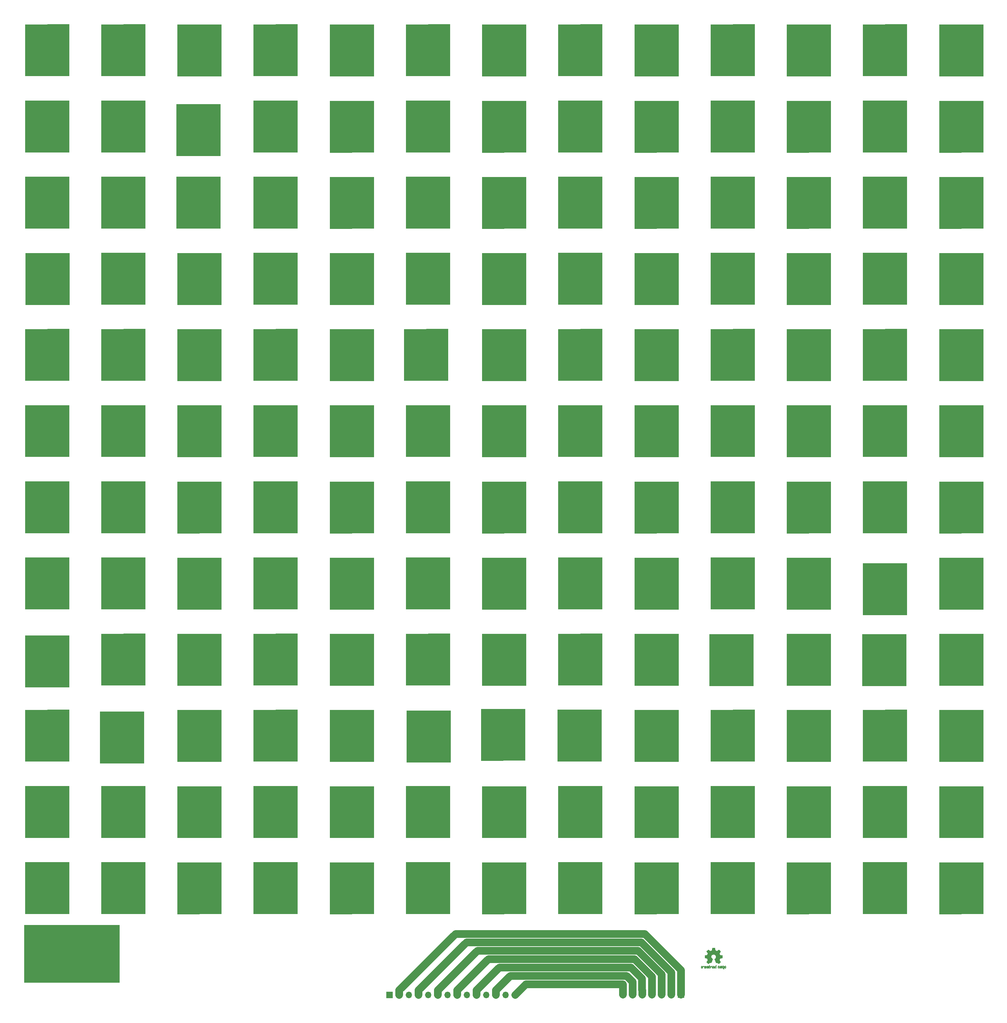
<source format=gbr>
G04 #@! TF.GenerationSoftware,KiCad,Pcbnew,(5.1.5-0-10_14)*
G04 #@! TF.CreationDate,2020-03-21T16:44:53+01:00*
G04 #@! TF.ProjectId,easypowerwall,65617379-706f-4776-9572-77616c6c2e6b,rev?*
G04 #@! TF.SameCoordinates,Original*
G04 #@! TF.FileFunction,Copper,L2,Bot*
G04 #@! TF.FilePolarity,Positive*
%FSLAX46Y46*%
G04 Gerber Fmt 4.6, Leading zero omitted, Abs format (unit mm)*
G04 Created by KiCad (PCBNEW (5.1.5-0-10_14)) date 2020-03-21 16:44:53*
%MOMM*%
%LPD*%
G04 APERTURE LIST*
%ADD10C,0.100000*%
%ADD11C,0.010000*%
%ADD12C,0.900000*%
%ADD13C,10.600000*%
%ADD14R,1.524000X1.524000*%
%ADD15O,1.700000X1.700000*%
%ADD16R,1.700000X1.700000*%
%ADD17C,0.800000*%
%ADD18C,2.000000*%
G04 APERTURE END LIST*
D10*
G36*
X42000000Y-267750000D02*
G01*
X17000000Y-267750000D01*
X17000000Y-252750000D01*
X42000000Y-252750000D01*
X42000000Y-267750000D01*
G37*
X42000000Y-267750000D02*
X17000000Y-267750000D01*
X17000000Y-252750000D01*
X42000000Y-252750000D01*
X42000000Y-267750000D01*
D11*
G36*
X200400256Y-263419918D02*
G01*
X200344799Y-263447568D01*
X200295852Y-263498480D01*
X200282371Y-263517338D01*
X200267686Y-263542015D01*
X200258158Y-263568816D01*
X200252707Y-263604587D01*
X200250253Y-263656169D01*
X200249714Y-263724267D01*
X200252148Y-263817588D01*
X200260606Y-263887657D01*
X200276826Y-263939931D01*
X200302546Y-263979869D01*
X200339503Y-264012929D01*
X200342218Y-264014886D01*
X200378640Y-264034908D01*
X200422498Y-264044815D01*
X200478276Y-264047257D01*
X200568952Y-264047257D01*
X200568990Y-264135283D01*
X200569834Y-264184308D01*
X200574976Y-264213065D01*
X200588413Y-264230311D01*
X200614142Y-264244808D01*
X200620321Y-264247769D01*
X200649236Y-264261648D01*
X200671624Y-264270414D01*
X200688271Y-264271171D01*
X200699964Y-264261023D01*
X200707490Y-264237073D01*
X200711634Y-264196426D01*
X200713185Y-264136186D01*
X200712929Y-264053455D01*
X200711651Y-263945339D01*
X200711252Y-263913000D01*
X200709815Y-263801524D01*
X200708528Y-263728603D01*
X200569029Y-263728603D01*
X200568245Y-263790499D01*
X200564760Y-263830997D01*
X200556876Y-263857708D01*
X200542895Y-263878244D01*
X200533403Y-263888260D01*
X200494596Y-263917567D01*
X200460237Y-263919952D01*
X200424784Y-263895750D01*
X200423886Y-263894857D01*
X200409461Y-263876153D01*
X200400687Y-263850732D01*
X200396261Y-263811584D01*
X200394882Y-263751697D01*
X200394857Y-263738430D01*
X200398188Y-263655901D01*
X200409031Y-263598691D01*
X200428660Y-263563766D01*
X200458350Y-263548094D01*
X200475509Y-263546514D01*
X200516234Y-263553926D01*
X200544168Y-263578330D01*
X200560983Y-263622980D01*
X200568350Y-263691130D01*
X200569029Y-263728603D01*
X200708528Y-263728603D01*
X200708292Y-263715245D01*
X200706323Y-263650333D01*
X200703550Y-263602958D01*
X200699612Y-263569290D01*
X200694151Y-263545498D01*
X200686808Y-263527753D01*
X200677223Y-263512224D01*
X200673113Y-263506381D01*
X200618595Y-263451185D01*
X200549664Y-263419890D01*
X200469928Y-263411165D01*
X200400256Y-263419918D01*
G37*
X200400256Y-263419918D02*
X200344799Y-263447568D01*
X200295852Y-263498480D01*
X200282371Y-263517338D01*
X200267686Y-263542015D01*
X200258158Y-263568816D01*
X200252707Y-263604587D01*
X200250253Y-263656169D01*
X200249714Y-263724267D01*
X200252148Y-263817588D01*
X200260606Y-263887657D01*
X200276826Y-263939931D01*
X200302546Y-263979869D01*
X200339503Y-264012929D01*
X200342218Y-264014886D01*
X200378640Y-264034908D01*
X200422498Y-264044815D01*
X200478276Y-264047257D01*
X200568952Y-264047257D01*
X200568990Y-264135283D01*
X200569834Y-264184308D01*
X200574976Y-264213065D01*
X200588413Y-264230311D01*
X200614142Y-264244808D01*
X200620321Y-264247769D01*
X200649236Y-264261648D01*
X200671624Y-264270414D01*
X200688271Y-264271171D01*
X200699964Y-264261023D01*
X200707490Y-264237073D01*
X200711634Y-264196426D01*
X200713185Y-264136186D01*
X200712929Y-264053455D01*
X200711651Y-263945339D01*
X200711252Y-263913000D01*
X200709815Y-263801524D01*
X200708528Y-263728603D01*
X200569029Y-263728603D01*
X200568245Y-263790499D01*
X200564760Y-263830997D01*
X200556876Y-263857708D01*
X200542895Y-263878244D01*
X200533403Y-263888260D01*
X200494596Y-263917567D01*
X200460237Y-263919952D01*
X200424784Y-263895750D01*
X200423886Y-263894857D01*
X200409461Y-263876153D01*
X200400687Y-263850732D01*
X200396261Y-263811584D01*
X200394882Y-263751697D01*
X200394857Y-263738430D01*
X200398188Y-263655901D01*
X200409031Y-263598691D01*
X200428660Y-263563766D01*
X200458350Y-263548094D01*
X200475509Y-263546514D01*
X200516234Y-263553926D01*
X200544168Y-263578330D01*
X200560983Y-263622980D01*
X200568350Y-263691130D01*
X200569029Y-263728603D01*
X200708528Y-263728603D01*
X200708292Y-263715245D01*
X200706323Y-263650333D01*
X200703550Y-263602958D01*
X200699612Y-263569290D01*
X200694151Y-263545498D01*
X200686808Y-263527753D01*
X200677223Y-263512224D01*
X200673113Y-263506381D01*
X200618595Y-263451185D01*
X200549664Y-263419890D01*
X200469928Y-263411165D01*
X200400256Y-263419918D01*
G36*
X199283907Y-263427780D02*
G01*
X199237328Y-263454723D01*
X199204943Y-263481466D01*
X199181258Y-263509484D01*
X199164941Y-263543748D01*
X199154661Y-263589227D01*
X199149086Y-263650892D01*
X199146884Y-263733711D01*
X199146629Y-263793246D01*
X199146629Y-264012391D01*
X199208314Y-264040044D01*
X199270000Y-264067697D01*
X199277257Y-263827670D01*
X199280256Y-263738028D01*
X199283402Y-263672962D01*
X199287299Y-263628026D01*
X199292553Y-263598770D01*
X199299769Y-263580748D01*
X199309550Y-263569511D01*
X199312688Y-263567079D01*
X199360239Y-263548083D01*
X199408303Y-263555600D01*
X199436914Y-263575543D01*
X199448553Y-263589675D01*
X199456609Y-263608220D01*
X199461729Y-263636334D01*
X199464559Y-263679173D01*
X199465744Y-263741895D01*
X199465943Y-263807261D01*
X199465982Y-263889268D01*
X199467386Y-263947316D01*
X199472086Y-263986465D01*
X199482013Y-264011780D01*
X199499097Y-264028323D01*
X199525268Y-264041156D01*
X199560225Y-264054491D01*
X199598404Y-264069007D01*
X199593859Y-263811389D01*
X199592029Y-263718519D01*
X199589888Y-263649889D01*
X199586819Y-263600711D01*
X199582206Y-263566198D01*
X199575432Y-263541562D01*
X199565881Y-263522016D01*
X199554366Y-263504770D01*
X199498810Y-263449680D01*
X199431020Y-263417822D01*
X199357287Y-263410191D01*
X199283907Y-263427780D01*
G37*
X199283907Y-263427780D02*
X199237328Y-263454723D01*
X199204943Y-263481466D01*
X199181258Y-263509484D01*
X199164941Y-263543748D01*
X199154661Y-263589227D01*
X199149086Y-263650892D01*
X199146884Y-263733711D01*
X199146629Y-263793246D01*
X199146629Y-264012391D01*
X199208314Y-264040044D01*
X199270000Y-264067697D01*
X199277257Y-263827670D01*
X199280256Y-263738028D01*
X199283402Y-263672962D01*
X199287299Y-263628026D01*
X199292553Y-263598770D01*
X199299769Y-263580748D01*
X199309550Y-263569511D01*
X199312688Y-263567079D01*
X199360239Y-263548083D01*
X199408303Y-263555600D01*
X199436914Y-263575543D01*
X199448553Y-263589675D01*
X199456609Y-263608220D01*
X199461729Y-263636334D01*
X199464559Y-263679173D01*
X199465744Y-263741895D01*
X199465943Y-263807261D01*
X199465982Y-263889268D01*
X199467386Y-263947316D01*
X199472086Y-263986465D01*
X199482013Y-264011780D01*
X199499097Y-264028323D01*
X199525268Y-264041156D01*
X199560225Y-264054491D01*
X199598404Y-264069007D01*
X199593859Y-263811389D01*
X199592029Y-263718519D01*
X199589888Y-263649889D01*
X199586819Y-263600711D01*
X199582206Y-263566198D01*
X199575432Y-263541562D01*
X199565881Y-263522016D01*
X199554366Y-263504770D01*
X199498810Y-263449680D01*
X199431020Y-263417822D01*
X199357287Y-263410191D01*
X199283907Y-263427780D01*
G36*
X200958885Y-263421962D02*
G01*
X200890855Y-263457733D01*
X200840649Y-263515301D01*
X200822815Y-263552312D01*
X200808937Y-263607882D01*
X200801833Y-263678096D01*
X200801160Y-263754727D01*
X200806573Y-263829552D01*
X200817730Y-263894342D01*
X200834286Y-263940873D01*
X200839374Y-263948887D01*
X200899645Y-264008707D01*
X200971231Y-264044535D01*
X201048908Y-264055020D01*
X201127452Y-264038810D01*
X201149311Y-264029092D01*
X201191878Y-263999143D01*
X201229237Y-263959433D01*
X201232768Y-263954397D01*
X201247119Y-263930124D01*
X201256606Y-263904178D01*
X201262210Y-263870022D01*
X201264914Y-263821119D01*
X201265701Y-263750935D01*
X201265714Y-263735200D01*
X201265678Y-263730192D01*
X201120571Y-263730192D01*
X201119727Y-263796430D01*
X201116404Y-263840386D01*
X201109417Y-263868779D01*
X201097584Y-263888325D01*
X201091543Y-263894857D01*
X201056814Y-263919680D01*
X201023097Y-263918548D01*
X200989005Y-263897016D01*
X200968671Y-263874029D01*
X200956629Y-263840478D01*
X200949866Y-263787569D01*
X200949402Y-263781399D01*
X200948248Y-263685513D01*
X200960312Y-263614299D01*
X200985430Y-263568194D01*
X201023440Y-263547635D01*
X201037008Y-263546514D01*
X201072636Y-263552152D01*
X201097006Y-263571686D01*
X201111907Y-263609042D01*
X201119125Y-263668150D01*
X201120571Y-263730192D01*
X201265678Y-263730192D01*
X201265174Y-263660413D01*
X201262904Y-263608159D01*
X201257932Y-263571949D01*
X201249287Y-263545299D01*
X201235995Y-263521722D01*
X201233057Y-263517338D01*
X201183687Y-263458249D01*
X201129891Y-263423947D01*
X201064398Y-263410331D01*
X201042158Y-263409665D01*
X200958885Y-263421962D01*
G37*
X200958885Y-263421962D02*
X200890855Y-263457733D01*
X200840649Y-263515301D01*
X200822815Y-263552312D01*
X200808937Y-263607882D01*
X200801833Y-263678096D01*
X200801160Y-263754727D01*
X200806573Y-263829552D01*
X200817730Y-263894342D01*
X200834286Y-263940873D01*
X200839374Y-263948887D01*
X200899645Y-264008707D01*
X200971231Y-264044535D01*
X201048908Y-264055020D01*
X201127452Y-264038810D01*
X201149311Y-264029092D01*
X201191878Y-263999143D01*
X201229237Y-263959433D01*
X201232768Y-263954397D01*
X201247119Y-263930124D01*
X201256606Y-263904178D01*
X201262210Y-263870022D01*
X201264914Y-263821119D01*
X201265701Y-263750935D01*
X201265714Y-263735200D01*
X201265678Y-263730192D01*
X201120571Y-263730192D01*
X201119727Y-263796430D01*
X201116404Y-263840386D01*
X201109417Y-263868779D01*
X201097584Y-263888325D01*
X201091543Y-263894857D01*
X201056814Y-263919680D01*
X201023097Y-263918548D01*
X200989005Y-263897016D01*
X200968671Y-263874029D01*
X200956629Y-263840478D01*
X200949866Y-263787569D01*
X200949402Y-263781399D01*
X200948248Y-263685513D01*
X200960312Y-263614299D01*
X200985430Y-263568194D01*
X201023440Y-263547635D01*
X201037008Y-263546514D01*
X201072636Y-263552152D01*
X201097006Y-263571686D01*
X201111907Y-263609042D01*
X201119125Y-263668150D01*
X201120571Y-263730192D01*
X201265678Y-263730192D01*
X201265174Y-263660413D01*
X201262904Y-263608159D01*
X201257932Y-263571949D01*
X201249287Y-263545299D01*
X201235995Y-263521722D01*
X201233057Y-263517338D01*
X201183687Y-263458249D01*
X201129891Y-263423947D01*
X201064398Y-263410331D01*
X201042158Y-263409665D01*
X200958885Y-263421962D01*
G36*
X199831697Y-263431239D02*
G01*
X199774473Y-263469735D01*
X199730251Y-263525335D01*
X199703833Y-263596086D01*
X199698490Y-263648162D01*
X199699097Y-263669893D01*
X199704178Y-263686531D01*
X199718145Y-263701437D01*
X199745411Y-263717973D01*
X199790388Y-263739498D01*
X199857489Y-263769374D01*
X199857829Y-263769524D01*
X199919593Y-263797813D01*
X199970241Y-263822933D01*
X200004596Y-263842179D01*
X200017482Y-263852848D01*
X200017486Y-263852934D01*
X200006128Y-263876166D01*
X199979569Y-263901774D01*
X199949077Y-263920221D01*
X199933630Y-263923886D01*
X199891485Y-263911212D01*
X199855192Y-263879471D01*
X199837483Y-263844572D01*
X199820448Y-263818845D01*
X199787078Y-263789546D01*
X199747851Y-263764235D01*
X199713244Y-263750471D01*
X199706007Y-263749714D01*
X199697861Y-263762160D01*
X199697370Y-263793972D01*
X199703357Y-263836866D01*
X199714643Y-263882558D01*
X199730050Y-263922761D01*
X199730829Y-263924322D01*
X199777196Y-263989062D01*
X199837289Y-264033097D01*
X199905535Y-264054711D01*
X199976362Y-264052185D01*
X200044196Y-264023804D01*
X200047212Y-264021808D01*
X200100573Y-263973448D01*
X200135660Y-263910352D01*
X200155078Y-263827387D01*
X200157684Y-263804078D01*
X200162299Y-263694055D01*
X200156767Y-263642748D01*
X200017486Y-263642748D01*
X200015676Y-263674753D01*
X200005778Y-263684093D01*
X199981102Y-263677105D01*
X199942205Y-263660587D01*
X199898725Y-263639881D01*
X199897644Y-263639333D01*
X199860791Y-263619949D01*
X199846000Y-263607013D01*
X199849647Y-263593451D01*
X199865005Y-263575632D01*
X199904077Y-263549845D01*
X199946154Y-263547950D01*
X199983897Y-263566717D01*
X200009966Y-263602915D01*
X200017486Y-263642748D01*
X200156767Y-263642748D01*
X200152806Y-263606027D01*
X200128450Y-263536212D01*
X200094544Y-263487302D01*
X200033347Y-263437878D01*
X199965937Y-263413359D01*
X199897120Y-263411797D01*
X199831697Y-263431239D01*
G37*
X199831697Y-263431239D02*
X199774473Y-263469735D01*
X199730251Y-263525335D01*
X199703833Y-263596086D01*
X199698490Y-263648162D01*
X199699097Y-263669893D01*
X199704178Y-263686531D01*
X199718145Y-263701437D01*
X199745411Y-263717973D01*
X199790388Y-263739498D01*
X199857489Y-263769374D01*
X199857829Y-263769524D01*
X199919593Y-263797813D01*
X199970241Y-263822933D01*
X200004596Y-263842179D01*
X200017482Y-263852848D01*
X200017486Y-263852934D01*
X200006128Y-263876166D01*
X199979569Y-263901774D01*
X199949077Y-263920221D01*
X199933630Y-263923886D01*
X199891485Y-263911212D01*
X199855192Y-263879471D01*
X199837483Y-263844572D01*
X199820448Y-263818845D01*
X199787078Y-263789546D01*
X199747851Y-263764235D01*
X199713244Y-263750471D01*
X199706007Y-263749714D01*
X199697861Y-263762160D01*
X199697370Y-263793972D01*
X199703357Y-263836866D01*
X199714643Y-263882558D01*
X199730050Y-263922761D01*
X199730829Y-263924322D01*
X199777196Y-263989062D01*
X199837289Y-264033097D01*
X199905535Y-264054711D01*
X199976362Y-264052185D01*
X200044196Y-264023804D01*
X200047212Y-264021808D01*
X200100573Y-263973448D01*
X200135660Y-263910352D01*
X200155078Y-263827387D01*
X200157684Y-263804078D01*
X200162299Y-263694055D01*
X200156767Y-263642748D01*
X200017486Y-263642748D01*
X200015676Y-263674753D01*
X200005778Y-263684093D01*
X199981102Y-263677105D01*
X199942205Y-263660587D01*
X199898725Y-263639881D01*
X199897644Y-263639333D01*
X199860791Y-263619949D01*
X199846000Y-263607013D01*
X199849647Y-263593451D01*
X199865005Y-263575632D01*
X199904077Y-263549845D01*
X199946154Y-263547950D01*
X199983897Y-263566717D01*
X200009966Y-263602915D01*
X200017486Y-263642748D01*
X200156767Y-263642748D01*
X200152806Y-263606027D01*
X200128450Y-263536212D01*
X200094544Y-263487302D01*
X200033347Y-263437878D01*
X199965937Y-263413359D01*
X199897120Y-263411797D01*
X199831697Y-263431239D01*
G36*
X198624114Y-263351289D02*
G01*
X198619861Y-263410613D01*
X198614975Y-263445572D01*
X198608205Y-263460820D01*
X198598298Y-263461015D01*
X198595086Y-263459195D01*
X198552356Y-263446015D01*
X198496773Y-263446785D01*
X198440263Y-263460333D01*
X198404918Y-263477861D01*
X198368679Y-263505861D01*
X198342187Y-263537549D01*
X198324001Y-263577813D01*
X198312678Y-263631543D01*
X198306778Y-263703626D01*
X198304857Y-263798951D01*
X198304823Y-263817237D01*
X198304800Y-264022646D01*
X198350509Y-264038580D01*
X198382973Y-264049420D01*
X198400785Y-264054468D01*
X198401309Y-264054514D01*
X198403063Y-264040828D01*
X198404556Y-264003076D01*
X198405674Y-263946224D01*
X198406303Y-263875234D01*
X198406400Y-263832073D01*
X198406602Y-263746973D01*
X198407642Y-263685981D01*
X198410169Y-263644177D01*
X198414836Y-263616642D01*
X198422293Y-263598456D01*
X198433189Y-263584698D01*
X198439993Y-263578073D01*
X198486728Y-263551375D01*
X198537728Y-263549375D01*
X198583999Y-263571955D01*
X198592556Y-263580107D01*
X198605107Y-263595436D01*
X198613812Y-263613618D01*
X198619369Y-263639909D01*
X198622474Y-263679562D01*
X198623824Y-263737832D01*
X198624114Y-263818173D01*
X198624114Y-264022646D01*
X198669823Y-264038580D01*
X198702287Y-264049420D01*
X198720099Y-264054468D01*
X198720623Y-264054514D01*
X198721963Y-264040623D01*
X198723172Y-264001439D01*
X198724199Y-263940700D01*
X198724998Y-263862141D01*
X198725519Y-263769498D01*
X198725714Y-263666509D01*
X198725714Y-263269342D01*
X198678543Y-263249444D01*
X198631371Y-263229547D01*
X198624114Y-263351289D01*
G37*
X198624114Y-263351289D02*
X198619861Y-263410613D01*
X198614975Y-263445572D01*
X198608205Y-263460820D01*
X198598298Y-263461015D01*
X198595086Y-263459195D01*
X198552356Y-263446015D01*
X198496773Y-263446785D01*
X198440263Y-263460333D01*
X198404918Y-263477861D01*
X198368679Y-263505861D01*
X198342187Y-263537549D01*
X198324001Y-263577813D01*
X198312678Y-263631543D01*
X198306778Y-263703626D01*
X198304857Y-263798951D01*
X198304823Y-263817237D01*
X198304800Y-264022646D01*
X198350509Y-264038580D01*
X198382973Y-264049420D01*
X198400785Y-264054468D01*
X198401309Y-264054514D01*
X198403063Y-264040828D01*
X198404556Y-264003076D01*
X198405674Y-263946224D01*
X198406303Y-263875234D01*
X198406400Y-263832073D01*
X198406602Y-263746973D01*
X198407642Y-263685981D01*
X198410169Y-263644177D01*
X198414836Y-263616642D01*
X198422293Y-263598456D01*
X198433189Y-263584698D01*
X198439993Y-263578073D01*
X198486728Y-263551375D01*
X198537728Y-263549375D01*
X198583999Y-263571955D01*
X198592556Y-263580107D01*
X198605107Y-263595436D01*
X198613812Y-263613618D01*
X198619369Y-263639909D01*
X198622474Y-263679562D01*
X198623824Y-263737832D01*
X198624114Y-263818173D01*
X198624114Y-264022646D01*
X198669823Y-264038580D01*
X198702287Y-264049420D01*
X198720099Y-264054468D01*
X198720623Y-264054514D01*
X198721963Y-264040623D01*
X198723172Y-264001439D01*
X198724199Y-263940700D01*
X198724998Y-263862141D01*
X198725519Y-263769498D01*
X198725714Y-263666509D01*
X198725714Y-263269342D01*
X198678543Y-263249444D01*
X198631371Y-263229547D01*
X198624114Y-263351289D01*
G36*
X197960256Y-263450968D02*
G01*
X197903384Y-263472087D01*
X197902733Y-263472493D01*
X197867560Y-263498380D01*
X197841593Y-263528633D01*
X197823330Y-263568058D01*
X197811268Y-263621462D01*
X197803904Y-263693651D01*
X197799736Y-263789432D01*
X197799371Y-263803078D01*
X197794124Y-264008842D01*
X197838284Y-264031678D01*
X197870237Y-264047110D01*
X197889530Y-264054423D01*
X197890422Y-264054514D01*
X197893761Y-264041022D01*
X197896413Y-264004626D01*
X197898044Y-263951452D01*
X197898400Y-263908393D01*
X197898408Y-263838641D01*
X197901597Y-263794837D01*
X197912712Y-263773944D01*
X197936499Y-263772925D01*
X197977704Y-263788741D01*
X198039914Y-263817815D01*
X198085659Y-263841963D01*
X198109187Y-263862913D01*
X198116104Y-263885747D01*
X198116114Y-263886877D01*
X198104701Y-263926212D01*
X198070908Y-263947462D01*
X198019191Y-263950539D01*
X197981939Y-263950006D01*
X197962297Y-263960735D01*
X197950048Y-263986505D01*
X197942998Y-264019337D01*
X197953158Y-264037966D01*
X197956983Y-264040632D01*
X197992999Y-264051340D01*
X198043434Y-264052856D01*
X198095374Y-264045759D01*
X198132178Y-264032788D01*
X198183062Y-263989585D01*
X198211986Y-263929446D01*
X198217714Y-263882462D01*
X198213343Y-263840082D01*
X198197525Y-263805488D01*
X198166203Y-263774763D01*
X198115322Y-263743990D01*
X198040824Y-263709252D01*
X198036286Y-263707288D01*
X197969179Y-263676287D01*
X197927768Y-263650862D01*
X197910019Y-263628014D01*
X197913893Y-263604745D01*
X197937357Y-263578056D01*
X197944373Y-263571914D01*
X197991370Y-263548100D01*
X198040067Y-263549103D01*
X198082478Y-263572451D01*
X198110616Y-263615675D01*
X198113231Y-263624160D01*
X198138692Y-263665308D01*
X198170999Y-263685128D01*
X198217714Y-263704770D01*
X198217714Y-263653950D01*
X198203504Y-263580082D01*
X198161325Y-263512327D01*
X198139376Y-263489661D01*
X198089483Y-263460569D01*
X198026033Y-263447400D01*
X197960256Y-263450968D01*
G37*
X197960256Y-263450968D02*
X197903384Y-263472087D01*
X197902733Y-263472493D01*
X197867560Y-263498380D01*
X197841593Y-263528633D01*
X197823330Y-263568058D01*
X197811268Y-263621462D01*
X197803904Y-263693651D01*
X197799736Y-263789432D01*
X197799371Y-263803078D01*
X197794124Y-264008842D01*
X197838284Y-264031678D01*
X197870237Y-264047110D01*
X197889530Y-264054423D01*
X197890422Y-264054514D01*
X197893761Y-264041022D01*
X197896413Y-264004626D01*
X197898044Y-263951452D01*
X197898400Y-263908393D01*
X197898408Y-263838641D01*
X197901597Y-263794837D01*
X197912712Y-263773944D01*
X197936499Y-263772925D01*
X197977704Y-263788741D01*
X198039914Y-263817815D01*
X198085659Y-263841963D01*
X198109187Y-263862913D01*
X198116104Y-263885747D01*
X198116114Y-263886877D01*
X198104701Y-263926212D01*
X198070908Y-263947462D01*
X198019191Y-263950539D01*
X197981939Y-263950006D01*
X197962297Y-263960735D01*
X197950048Y-263986505D01*
X197942998Y-264019337D01*
X197953158Y-264037966D01*
X197956983Y-264040632D01*
X197992999Y-264051340D01*
X198043434Y-264052856D01*
X198095374Y-264045759D01*
X198132178Y-264032788D01*
X198183062Y-263989585D01*
X198211986Y-263929446D01*
X198217714Y-263882462D01*
X198213343Y-263840082D01*
X198197525Y-263805488D01*
X198166203Y-263774763D01*
X198115322Y-263743990D01*
X198040824Y-263709252D01*
X198036286Y-263707288D01*
X197969179Y-263676287D01*
X197927768Y-263650862D01*
X197910019Y-263628014D01*
X197913893Y-263604745D01*
X197937357Y-263578056D01*
X197944373Y-263571914D01*
X197991370Y-263548100D01*
X198040067Y-263549103D01*
X198082478Y-263572451D01*
X198110616Y-263615675D01*
X198113231Y-263624160D01*
X198138692Y-263665308D01*
X198170999Y-263685128D01*
X198217714Y-263704770D01*
X198217714Y-263653950D01*
X198203504Y-263580082D01*
X198161325Y-263512327D01*
X198139376Y-263489661D01*
X198089483Y-263460569D01*
X198026033Y-263447400D01*
X197960256Y-263450968D01*
G36*
X197470074Y-263449755D02*
G01*
X197404142Y-263474084D01*
X197350727Y-263517117D01*
X197329836Y-263547409D01*
X197307061Y-263602994D01*
X197307534Y-263643186D01*
X197331438Y-263670217D01*
X197340283Y-263674813D01*
X197378470Y-263689144D01*
X197397972Y-263685472D01*
X197404578Y-263661407D01*
X197404914Y-263648114D01*
X197417008Y-263599210D01*
X197448529Y-263564999D01*
X197492341Y-263548476D01*
X197541305Y-263552634D01*
X197581106Y-263574227D01*
X197594550Y-263586544D01*
X197604079Y-263601487D01*
X197610515Y-263624075D01*
X197614683Y-263659328D01*
X197617403Y-263712266D01*
X197619498Y-263787907D01*
X197620040Y-263811857D01*
X197622019Y-263893790D01*
X197624269Y-263951455D01*
X197627643Y-263989608D01*
X197632994Y-264013004D01*
X197641176Y-264026398D01*
X197653041Y-264034545D01*
X197660638Y-264038144D01*
X197692898Y-264050452D01*
X197711889Y-264054514D01*
X197718164Y-264040948D01*
X197721994Y-263999934D01*
X197723400Y-263930999D01*
X197722402Y-263833669D01*
X197722092Y-263818657D01*
X197719899Y-263729859D01*
X197717307Y-263665019D01*
X197713618Y-263619067D01*
X197708136Y-263586935D01*
X197700165Y-263563553D01*
X197689007Y-263543852D01*
X197683170Y-263535410D01*
X197649704Y-263498057D01*
X197612273Y-263469003D01*
X197607691Y-263466467D01*
X197540574Y-263446443D01*
X197470074Y-263449755D01*
G37*
X197470074Y-263449755D02*
X197404142Y-263474084D01*
X197350727Y-263517117D01*
X197329836Y-263547409D01*
X197307061Y-263602994D01*
X197307534Y-263643186D01*
X197331438Y-263670217D01*
X197340283Y-263674813D01*
X197378470Y-263689144D01*
X197397972Y-263685472D01*
X197404578Y-263661407D01*
X197404914Y-263648114D01*
X197417008Y-263599210D01*
X197448529Y-263564999D01*
X197492341Y-263548476D01*
X197541305Y-263552634D01*
X197581106Y-263574227D01*
X197594550Y-263586544D01*
X197604079Y-263601487D01*
X197610515Y-263624075D01*
X197614683Y-263659328D01*
X197617403Y-263712266D01*
X197619498Y-263787907D01*
X197620040Y-263811857D01*
X197622019Y-263893790D01*
X197624269Y-263951455D01*
X197627643Y-263989608D01*
X197632994Y-264013004D01*
X197641176Y-264026398D01*
X197653041Y-264034545D01*
X197660638Y-264038144D01*
X197692898Y-264050452D01*
X197711889Y-264054514D01*
X197718164Y-264040948D01*
X197721994Y-263999934D01*
X197723400Y-263930999D01*
X197722402Y-263833669D01*
X197722092Y-263818657D01*
X197719899Y-263729859D01*
X197717307Y-263665019D01*
X197713618Y-263619067D01*
X197708136Y-263586935D01*
X197700165Y-263563553D01*
X197689007Y-263543852D01*
X197683170Y-263535410D01*
X197649704Y-263498057D01*
X197612273Y-263469003D01*
X197607691Y-263466467D01*
X197540574Y-263446443D01*
X197470074Y-263449755D01*
G36*
X196809883Y-263565358D02*
G01*
X196810067Y-263673837D01*
X196810781Y-263757287D01*
X196812325Y-263819704D01*
X196814999Y-263865085D01*
X196819106Y-263897429D01*
X196824945Y-263920733D01*
X196832818Y-263938995D01*
X196838779Y-263949418D01*
X196888145Y-264005945D01*
X196950736Y-264041377D01*
X197019987Y-264054090D01*
X197089332Y-264042463D01*
X197130625Y-264021568D01*
X197173975Y-263985422D01*
X197203519Y-263941276D01*
X197221345Y-263883462D01*
X197229537Y-263806313D01*
X197230698Y-263749714D01*
X197230542Y-263745647D01*
X197129143Y-263745647D01*
X197128524Y-263810550D01*
X197125686Y-263853514D01*
X197119160Y-263881622D01*
X197107477Y-263901953D01*
X197093517Y-263917288D01*
X197046635Y-263946890D01*
X196996299Y-263949419D01*
X196948724Y-263924705D01*
X196945021Y-263921356D01*
X196929217Y-263903935D01*
X196919307Y-263883209D01*
X196913942Y-263852362D01*
X196911772Y-263804577D01*
X196911429Y-263751748D01*
X196912173Y-263685381D01*
X196915252Y-263641106D01*
X196921939Y-263612009D01*
X196933504Y-263591173D01*
X196942987Y-263580107D01*
X196987040Y-263552198D01*
X197037776Y-263548843D01*
X197086204Y-263570159D01*
X197095550Y-263578073D01*
X197111460Y-263595647D01*
X197121390Y-263616587D01*
X197126722Y-263647782D01*
X197128837Y-263696122D01*
X197129143Y-263745647D01*
X197230542Y-263745647D01*
X197227190Y-263658568D01*
X197215274Y-263590086D01*
X197192865Y-263538600D01*
X197157876Y-263498443D01*
X197130625Y-263477861D01*
X197081093Y-263455625D01*
X197023684Y-263445304D01*
X196970318Y-263448067D01*
X196940457Y-263459212D01*
X196928739Y-263462383D01*
X196920963Y-263450557D01*
X196915535Y-263418866D01*
X196911429Y-263370593D01*
X196906933Y-263316829D01*
X196900687Y-263284482D01*
X196889324Y-263265985D01*
X196869472Y-263253770D01*
X196857000Y-263248362D01*
X196809829Y-263228601D01*
X196809883Y-263565358D01*
G37*
X196809883Y-263565358D02*
X196810067Y-263673837D01*
X196810781Y-263757287D01*
X196812325Y-263819704D01*
X196814999Y-263865085D01*
X196819106Y-263897429D01*
X196824945Y-263920733D01*
X196832818Y-263938995D01*
X196838779Y-263949418D01*
X196888145Y-264005945D01*
X196950736Y-264041377D01*
X197019987Y-264054090D01*
X197089332Y-264042463D01*
X197130625Y-264021568D01*
X197173975Y-263985422D01*
X197203519Y-263941276D01*
X197221345Y-263883462D01*
X197229537Y-263806313D01*
X197230698Y-263749714D01*
X197230542Y-263745647D01*
X197129143Y-263745647D01*
X197128524Y-263810550D01*
X197125686Y-263853514D01*
X197119160Y-263881622D01*
X197107477Y-263901953D01*
X197093517Y-263917288D01*
X197046635Y-263946890D01*
X196996299Y-263949419D01*
X196948724Y-263924705D01*
X196945021Y-263921356D01*
X196929217Y-263903935D01*
X196919307Y-263883209D01*
X196913942Y-263852362D01*
X196911772Y-263804577D01*
X196911429Y-263751748D01*
X196912173Y-263685381D01*
X196915252Y-263641106D01*
X196921939Y-263612009D01*
X196933504Y-263591173D01*
X196942987Y-263580107D01*
X196987040Y-263552198D01*
X197037776Y-263548843D01*
X197086204Y-263570159D01*
X197095550Y-263578073D01*
X197111460Y-263595647D01*
X197121390Y-263616587D01*
X197126722Y-263647782D01*
X197128837Y-263696122D01*
X197129143Y-263745647D01*
X197230542Y-263745647D01*
X197227190Y-263658568D01*
X197215274Y-263590086D01*
X197192865Y-263538600D01*
X197157876Y-263498443D01*
X197130625Y-263477861D01*
X197081093Y-263455625D01*
X197023684Y-263445304D01*
X196970318Y-263448067D01*
X196940457Y-263459212D01*
X196928739Y-263462383D01*
X196920963Y-263450557D01*
X196915535Y-263418866D01*
X196911429Y-263370593D01*
X196906933Y-263316829D01*
X196900687Y-263284482D01*
X196889324Y-263265985D01*
X196869472Y-263253770D01*
X196857000Y-263248362D01*
X196809829Y-263228601D01*
X196809883Y-263565358D01*
G36*
X196220167Y-263458663D02*
G01*
X196217952Y-263496850D01*
X196216216Y-263554886D01*
X196215101Y-263628180D01*
X196214743Y-263705055D01*
X196214743Y-263965196D01*
X196260674Y-264011127D01*
X196292325Y-264039429D01*
X196320110Y-264050893D01*
X196358085Y-264050168D01*
X196373160Y-264048321D01*
X196420274Y-264042948D01*
X196459244Y-264039869D01*
X196468743Y-264039585D01*
X196500767Y-264041445D01*
X196546568Y-264046114D01*
X196564326Y-264048321D01*
X196607943Y-264051735D01*
X196637255Y-264044320D01*
X196666320Y-264021427D01*
X196676812Y-264011127D01*
X196722743Y-263965196D01*
X196722743Y-263478602D01*
X196685774Y-263461758D01*
X196653941Y-263449282D01*
X196635317Y-263444914D01*
X196630542Y-263458718D01*
X196626079Y-263497286D01*
X196622225Y-263556356D01*
X196619278Y-263631663D01*
X196617857Y-263695286D01*
X196613886Y-263945657D01*
X196579241Y-263950556D01*
X196547732Y-263947131D01*
X196532292Y-263936041D01*
X196527977Y-263915308D01*
X196524292Y-263871145D01*
X196521531Y-263809146D01*
X196519988Y-263734909D01*
X196519765Y-263696706D01*
X196519543Y-263476783D01*
X196473834Y-263460849D01*
X196441482Y-263450015D01*
X196423885Y-263444962D01*
X196423377Y-263444914D01*
X196421612Y-263458648D01*
X196419671Y-263496730D01*
X196417718Y-263554482D01*
X196415916Y-263627227D01*
X196414657Y-263695286D01*
X196410686Y-263945657D01*
X196323600Y-263945657D01*
X196319604Y-263717240D01*
X196315608Y-263488822D01*
X196273153Y-263466868D01*
X196241808Y-263451793D01*
X196223256Y-263444951D01*
X196222721Y-263444914D01*
X196220167Y-263458663D01*
G37*
X196220167Y-263458663D02*
X196217952Y-263496850D01*
X196216216Y-263554886D01*
X196215101Y-263628180D01*
X196214743Y-263705055D01*
X196214743Y-263965196D01*
X196260674Y-264011127D01*
X196292325Y-264039429D01*
X196320110Y-264050893D01*
X196358085Y-264050168D01*
X196373160Y-264048321D01*
X196420274Y-264042948D01*
X196459244Y-264039869D01*
X196468743Y-264039585D01*
X196500767Y-264041445D01*
X196546568Y-264046114D01*
X196564326Y-264048321D01*
X196607943Y-264051735D01*
X196637255Y-264044320D01*
X196666320Y-264021427D01*
X196676812Y-264011127D01*
X196722743Y-263965196D01*
X196722743Y-263478602D01*
X196685774Y-263461758D01*
X196653941Y-263449282D01*
X196635317Y-263444914D01*
X196630542Y-263458718D01*
X196626079Y-263497286D01*
X196622225Y-263556356D01*
X196619278Y-263631663D01*
X196617857Y-263695286D01*
X196613886Y-263945657D01*
X196579241Y-263950556D01*
X196547732Y-263947131D01*
X196532292Y-263936041D01*
X196527977Y-263915308D01*
X196524292Y-263871145D01*
X196521531Y-263809146D01*
X196519988Y-263734909D01*
X196519765Y-263696706D01*
X196519543Y-263476783D01*
X196473834Y-263460849D01*
X196441482Y-263450015D01*
X196423885Y-263444962D01*
X196423377Y-263444914D01*
X196421612Y-263458648D01*
X196419671Y-263496730D01*
X196417718Y-263554482D01*
X196415916Y-263627227D01*
X196414657Y-263695286D01*
X196410686Y-263945657D01*
X196323600Y-263945657D01*
X196319604Y-263717240D01*
X196315608Y-263488822D01*
X196273153Y-263466868D01*
X196241808Y-263451793D01*
X196223256Y-263444951D01*
X196222721Y-263444914D01*
X196220167Y-263458663D01*
G36*
X195855124Y-263456335D02*
G01*
X195813333Y-263475344D01*
X195780531Y-263498378D01*
X195756497Y-263524133D01*
X195739903Y-263557358D01*
X195729423Y-263602800D01*
X195723729Y-263665207D01*
X195721493Y-263749327D01*
X195721257Y-263804721D01*
X195721257Y-264020826D01*
X195758226Y-264037670D01*
X195787344Y-264049981D01*
X195801769Y-264054514D01*
X195804528Y-264041025D01*
X195806718Y-264004653D01*
X195808058Y-263951542D01*
X195808343Y-263909372D01*
X195809566Y-263848447D01*
X195812864Y-263800115D01*
X195817679Y-263770518D01*
X195821504Y-263764229D01*
X195847217Y-263770652D01*
X195887582Y-263787125D01*
X195934321Y-263809458D01*
X195979155Y-263833457D01*
X196013807Y-263854930D01*
X196029998Y-263869685D01*
X196030062Y-263869845D01*
X196028670Y-263897152D01*
X196016182Y-263923219D01*
X195994257Y-263944392D01*
X195962257Y-263951474D01*
X195934908Y-263950649D01*
X195896174Y-263950042D01*
X195875842Y-263959116D01*
X195863631Y-263983092D01*
X195862091Y-263987613D01*
X195856797Y-264021806D01*
X195870953Y-264042568D01*
X195907852Y-264052462D01*
X195947711Y-264054292D01*
X196019438Y-264040727D01*
X196056568Y-264021355D01*
X196102424Y-263975845D01*
X196126744Y-263919983D01*
X196128927Y-263860957D01*
X196108371Y-263805953D01*
X196077451Y-263771486D01*
X196046580Y-263752189D01*
X195998058Y-263727759D01*
X195941515Y-263702985D01*
X195932090Y-263699199D01*
X195869981Y-263671791D01*
X195834178Y-263647634D01*
X195822663Y-263623619D01*
X195833420Y-263596635D01*
X195851886Y-263575543D01*
X195895531Y-263549572D01*
X195943554Y-263547624D01*
X195987594Y-263567637D01*
X196019291Y-263607551D01*
X196023451Y-263617848D01*
X196047673Y-263655724D01*
X196083035Y-263683842D01*
X196127657Y-263706917D01*
X196127657Y-263641485D01*
X196125031Y-263601506D01*
X196113770Y-263569997D01*
X196088801Y-263536378D01*
X196064831Y-263510484D01*
X196027559Y-263473817D01*
X195998599Y-263454121D01*
X195967495Y-263446220D01*
X195932287Y-263444914D01*
X195855124Y-263456335D01*
G37*
X195855124Y-263456335D02*
X195813333Y-263475344D01*
X195780531Y-263498378D01*
X195756497Y-263524133D01*
X195739903Y-263557358D01*
X195729423Y-263602800D01*
X195723729Y-263665207D01*
X195721493Y-263749327D01*
X195721257Y-263804721D01*
X195721257Y-264020826D01*
X195758226Y-264037670D01*
X195787344Y-264049981D01*
X195801769Y-264054514D01*
X195804528Y-264041025D01*
X195806718Y-264004653D01*
X195808058Y-263951542D01*
X195808343Y-263909372D01*
X195809566Y-263848447D01*
X195812864Y-263800115D01*
X195817679Y-263770518D01*
X195821504Y-263764229D01*
X195847217Y-263770652D01*
X195887582Y-263787125D01*
X195934321Y-263809458D01*
X195979155Y-263833457D01*
X196013807Y-263854930D01*
X196029998Y-263869685D01*
X196030062Y-263869845D01*
X196028670Y-263897152D01*
X196016182Y-263923219D01*
X195994257Y-263944392D01*
X195962257Y-263951474D01*
X195934908Y-263950649D01*
X195896174Y-263950042D01*
X195875842Y-263959116D01*
X195863631Y-263983092D01*
X195862091Y-263987613D01*
X195856797Y-264021806D01*
X195870953Y-264042568D01*
X195907852Y-264052462D01*
X195947711Y-264054292D01*
X196019438Y-264040727D01*
X196056568Y-264021355D01*
X196102424Y-263975845D01*
X196126744Y-263919983D01*
X196128927Y-263860957D01*
X196108371Y-263805953D01*
X196077451Y-263771486D01*
X196046580Y-263752189D01*
X195998058Y-263727759D01*
X195941515Y-263702985D01*
X195932090Y-263699199D01*
X195869981Y-263671791D01*
X195834178Y-263647634D01*
X195822663Y-263623619D01*
X195833420Y-263596635D01*
X195851886Y-263575543D01*
X195895531Y-263549572D01*
X195943554Y-263547624D01*
X195987594Y-263567637D01*
X196019291Y-263607551D01*
X196023451Y-263617848D01*
X196047673Y-263655724D01*
X196083035Y-263683842D01*
X196127657Y-263706917D01*
X196127657Y-263641485D01*
X196125031Y-263601506D01*
X196113770Y-263569997D01*
X196088801Y-263536378D01*
X196064831Y-263510484D01*
X196027559Y-263473817D01*
X195998599Y-263454121D01*
X195967495Y-263446220D01*
X195932287Y-263444914D01*
X195855124Y-263456335D01*
G36*
X195347400Y-263458752D02*
G01*
X195330052Y-263466334D01*
X195288644Y-263499128D01*
X195253235Y-263546547D01*
X195231336Y-263597151D01*
X195227771Y-263622098D01*
X195239721Y-263656927D01*
X195265933Y-263675357D01*
X195294036Y-263686516D01*
X195306905Y-263688572D01*
X195313171Y-263673649D01*
X195325544Y-263641175D01*
X195330972Y-263626502D01*
X195361410Y-263575744D01*
X195405480Y-263550427D01*
X195461990Y-263551206D01*
X195466175Y-263552203D01*
X195496345Y-263566507D01*
X195518524Y-263594393D01*
X195533673Y-263639287D01*
X195542750Y-263704615D01*
X195546714Y-263793804D01*
X195547086Y-263841261D01*
X195547270Y-263916071D01*
X195548478Y-263967069D01*
X195551691Y-263999471D01*
X195557891Y-264018495D01*
X195568060Y-264029356D01*
X195583181Y-264037272D01*
X195584054Y-264037670D01*
X195613172Y-264049981D01*
X195627597Y-264054514D01*
X195629814Y-264040809D01*
X195631711Y-264002925D01*
X195633153Y-263945715D01*
X195634002Y-263874027D01*
X195634171Y-263821565D01*
X195633308Y-263720047D01*
X195629930Y-263643032D01*
X195622858Y-263586023D01*
X195610912Y-263544526D01*
X195592910Y-263514043D01*
X195567673Y-263490080D01*
X195542753Y-263473355D01*
X195482829Y-263451097D01*
X195413089Y-263446076D01*
X195347400Y-263458752D01*
G37*
X195347400Y-263458752D02*
X195330052Y-263466334D01*
X195288644Y-263499128D01*
X195253235Y-263546547D01*
X195231336Y-263597151D01*
X195227771Y-263622098D01*
X195239721Y-263656927D01*
X195265933Y-263675357D01*
X195294036Y-263686516D01*
X195306905Y-263688572D01*
X195313171Y-263673649D01*
X195325544Y-263641175D01*
X195330972Y-263626502D01*
X195361410Y-263575744D01*
X195405480Y-263550427D01*
X195461990Y-263551206D01*
X195466175Y-263552203D01*
X195496345Y-263566507D01*
X195518524Y-263594393D01*
X195533673Y-263639287D01*
X195542750Y-263704615D01*
X195546714Y-263793804D01*
X195547086Y-263841261D01*
X195547270Y-263916071D01*
X195548478Y-263967069D01*
X195551691Y-263999471D01*
X195557891Y-264018495D01*
X195568060Y-264029356D01*
X195583181Y-264037272D01*
X195584054Y-264037670D01*
X195613172Y-264049981D01*
X195627597Y-264054514D01*
X195629814Y-264040809D01*
X195631711Y-264002925D01*
X195633153Y-263945715D01*
X195634002Y-263874027D01*
X195634171Y-263821565D01*
X195633308Y-263720047D01*
X195629930Y-263643032D01*
X195622858Y-263586023D01*
X195610912Y-263544526D01*
X195592910Y-263514043D01*
X195567673Y-263490080D01*
X195542753Y-263473355D01*
X195482829Y-263451097D01*
X195413089Y-263446076D01*
X195347400Y-263458752D01*
G36*
X194846405Y-263466966D02*
G01*
X194788979Y-263504497D01*
X194761281Y-263538096D01*
X194739338Y-263599064D01*
X194737595Y-263647308D01*
X194741543Y-263711816D01*
X194890314Y-263776934D01*
X194962651Y-263810202D01*
X195009916Y-263836964D01*
X195034493Y-263860144D01*
X195038763Y-263882667D01*
X195025111Y-263907455D01*
X195010057Y-263923886D01*
X194966254Y-263950235D01*
X194918611Y-263952081D01*
X194874855Y-263931546D01*
X194842711Y-263890752D01*
X194836962Y-263876347D01*
X194809424Y-263831356D01*
X194777742Y-263812182D01*
X194734286Y-263795779D01*
X194734286Y-263857966D01*
X194738128Y-263900283D01*
X194753177Y-263935969D01*
X194784720Y-263976943D01*
X194789408Y-263982267D01*
X194824494Y-264018720D01*
X194854653Y-264038283D01*
X194892385Y-264047283D01*
X194923665Y-264050230D01*
X194979615Y-264050965D01*
X195019445Y-264041660D01*
X195044292Y-264027846D01*
X195083344Y-263997467D01*
X195110375Y-263964613D01*
X195127483Y-263923294D01*
X195136762Y-263867521D01*
X195140307Y-263791305D01*
X195140590Y-263752622D01*
X195139628Y-263706247D01*
X195051993Y-263706247D01*
X195050977Y-263731126D01*
X195048444Y-263735200D01*
X195031726Y-263729665D01*
X194995751Y-263715017D01*
X194947669Y-263694190D01*
X194937614Y-263689714D01*
X194876848Y-263658814D01*
X194843368Y-263631657D01*
X194836010Y-263606220D01*
X194853609Y-263580481D01*
X194868144Y-263569109D01*
X194920590Y-263546364D01*
X194969678Y-263550122D01*
X195010773Y-263577884D01*
X195039242Y-263627152D01*
X195048369Y-263666257D01*
X195051993Y-263706247D01*
X195139628Y-263706247D01*
X195138715Y-263662249D01*
X195131804Y-263595384D01*
X195118116Y-263546695D01*
X195095904Y-263510849D01*
X195063426Y-263482513D01*
X195049267Y-263473355D01*
X194984947Y-263449507D01*
X194914527Y-263448006D01*
X194846405Y-263466966D01*
G37*
X194846405Y-263466966D02*
X194788979Y-263504497D01*
X194761281Y-263538096D01*
X194739338Y-263599064D01*
X194737595Y-263647308D01*
X194741543Y-263711816D01*
X194890314Y-263776934D01*
X194962651Y-263810202D01*
X195009916Y-263836964D01*
X195034493Y-263860144D01*
X195038763Y-263882667D01*
X195025111Y-263907455D01*
X195010057Y-263923886D01*
X194966254Y-263950235D01*
X194918611Y-263952081D01*
X194874855Y-263931546D01*
X194842711Y-263890752D01*
X194836962Y-263876347D01*
X194809424Y-263831356D01*
X194777742Y-263812182D01*
X194734286Y-263795779D01*
X194734286Y-263857966D01*
X194738128Y-263900283D01*
X194753177Y-263935969D01*
X194784720Y-263976943D01*
X194789408Y-263982267D01*
X194824494Y-264018720D01*
X194854653Y-264038283D01*
X194892385Y-264047283D01*
X194923665Y-264050230D01*
X194979615Y-264050965D01*
X195019445Y-264041660D01*
X195044292Y-264027846D01*
X195083344Y-263997467D01*
X195110375Y-263964613D01*
X195127483Y-263923294D01*
X195136762Y-263867521D01*
X195140307Y-263791305D01*
X195140590Y-263752622D01*
X195139628Y-263706247D01*
X195051993Y-263706247D01*
X195050977Y-263731126D01*
X195048444Y-263735200D01*
X195031726Y-263729665D01*
X194995751Y-263715017D01*
X194947669Y-263694190D01*
X194937614Y-263689714D01*
X194876848Y-263658814D01*
X194843368Y-263631657D01*
X194836010Y-263606220D01*
X194853609Y-263580481D01*
X194868144Y-263569109D01*
X194920590Y-263546364D01*
X194969678Y-263550122D01*
X195010773Y-263577884D01*
X195039242Y-263627152D01*
X195048369Y-263666257D01*
X195051993Y-263706247D01*
X195139628Y-263706247D01*
X195138715Y-263662249D01*
X195131804Y-263595384D01*
X195118116Y-263546695D01*
X195095904Y-263510849D01*
X195063426Y-263482513D01*
X195049267Y-263473355D01*
X194984947Y-263449507D01*
X194914527Y-263448006D01*
X194846405Y-263466966D01*
G36*
X197896090Y-258742348D02*
G01*
X197817546Y-258742778D01*
X197760702Y-258743942D01*
X197721895Y-258746207D01*
X197697462Y-258749940D01*
X197683738Y-258755506D01*
X197677060Y-258763273D01*
X197673764Y-258773605D01*
X197673444Y-258774943D01*
X197668438Y-258799079D01*
X197659171Y-258846701D01*
X197646608Y-258912741D01*
X197631713Y-258992128D01*
X197615449Y-259079796D01*
X197614881Y-259082875D01*
X197598590Y-259168789D01*
X197583348Y-259244696D01*
X197570139Y-259306045D01*
X197559946Y-259348282D01*
X197553752Y-259366855D01*
X197553457Y-259367184D01*
X197535212Y-259376253D01*
X197497595Y-259391367D01*
X197448729Y-259409262D01*
X197448457Y-259409358D01*
X197386907Y-259432493D01*
X197314343Y-259461965D01*
X197245943Y-259491597D01*
X197242706Y-259493062D01*
X197131298Y-259543626D01*
X196884601Y-259375160D01*
X196808923Y-259323803D01*
X196740369Y-259277889D01*
X196682912Y-259240030D01*
X196640524Y-259212837D01*
X196617175Y-259198921D01*
X196614958Y-259197889D01*
X196597990Y-259202484D01*
X196566299Y-259224655D01*
X196518648Y-259265447D01*
X196453802Y-259325905D01*
X196387603Y-259390227D01*
X196323786Y-259453612D01*
X196266671Y-259511451D01*
X196219695Y-259560175D01*
X196186297Y-259596210D01*
X196169915Y-259615984D01*
X196169306Y-259617002D01*
X196167495Y-259630572D01*
X196174317Y-259652733D01*
X196191460Y-259686478D01*
X196220607Y-259734800D01*
X196263445Y-259800692D01*
X196320552Y-259885517D01*
X196371234Y-259960177D01*
X196416539Y-260027140D01*
X196453850Y-260082516D01*
X196480548Y-260122420D01*
X196494015Y-260142962D01*
X196494863Y-260144356D01*
X196493219Y-260164038D01*
X196480755Y-260202293D01*
X196459952Y-260251889D01*
X196452538Y-260267728D01*
X196420186Y-260338290D01*
X196385672Y-260418353D01*
X196357635Y-260487629D01*
X196337432Y-260539045D01*
X196321385Y-260578119D01*
X196312112Y-260598541D01*
X196310959Y-260600114D01*
X196293904Y-260602721D01*
X196253702Y-260609863D01*
X196195698Y-260620523D01*
X196125237Y-260633685D01*
X196047665Y-260648333D01*
X195968328Y-260663449D01*
X195892569Y-260678018D01*
X195825736Y-260691022D01*
X195773172Y-260701445D01*
X195740224Y-260708270D01*
X195732143Y-260710199D01*
X195723795Y-260714962D01*
X195717494Y-260725718D01*
X195712955Y-260746098D01*
X195709896Y-260779734D01*
X195708033Y-260830255D01*
X195707082Y-260901292D01*
X195706760Y-260996476D01*
X195706743Y-261035492D01*
X195706743Y-261352799D01*
X195782943Y-261367839D01*
X195825337Y-261375995D01*
X195888600Y-261387899D01*
X195965038Y-261402116D01*
X196046957Y-261417210D01*
X196069600Y-261421355D01*
X196145194Y-261436053D01*
X196211047Y-261450505D01*
X196261634Y-261463375D01*
X196291426Y-261473322D01*
X196296388Y-261476287D01*
X196308574Y-261497283D01*
X196326047Y-261537967D01*
X196345423Y-261590322D01*
X196349266Y-261601600D01*
X196374661Y-261671523D01*
X196406183Y-261750418D01*
X196437031Y-261821266D01*
X196437183Y-261821595D01*
X196488553Y-261932733D01*
X196319601Y-262181253D01*
X196150648Y-262429772D01*
X196367571Y-262647058D01*
X196433181Y-262711726D01*
X196493021Y-262768733D01*
X196543733Y-262815033D01*
X196581954Y-262847584D01*
X196604325Y-262863343D01*
X196607534Y-262864343D01*
X196626374Y-262856469D01*
X196664820Y-262834578D01*
X196718670Y-262801267D01*
X196783724Y-262759131D01*
X196854060Y-262711943D01*
X196925445Y-262663810D01*
X196989092Y-262621928D01*
X197040959Y-262588871D01*
X197077005Y-262567218D01*
X197093133Y-262559543D01*
X197112811Y-262566037D01*
X197150125Y-262583150D01*
X197197379Y-262607326D01*
X197202388Y-262610013D01*
X197266023Y-262641927D01*
X197309659Y-262657579D01*
X197336798Y-262657745D01*
X197350943Y-262643204D01*
X197351025Y-262643000D01*
X197358095Y-262625779D01*
X197374958Y-262584899D01*
X197400305Y-262523525D01*
X197432829Y-262444819D01*
X197471222Y-262351947D01*
X197514178Y-262248072D01*
X197555778Y-262147502D01*
X197601496Y-262036516D01*
X197643474Y-261933703D01*
X197680452Y-261842215D01*
X197711173Y-261765201D01*
X197734378Y-261705815D01*
X197748810Y-261667209D01*
X197753257Y-261652800D01*
X197742104Y-261636272D01*
X197712931Y-261609930D01*
X197674029Y-261580887D01*
X197563243Y-261489039D01*
X197476649Y-261383759D01*
X197415284Y-261267266D01*
X197380185Y-261141776D01*
X197372392Y-261009507D01*
X197378057Y-260948457D01*
X197408922Y-260821795D01*
X197462080Y-260709941D01*
X197534233Y-260614001D01*
X197622083Y-260535076D01*
X197722335Y-260474270D01*
X197831690Y-260432687D01*
X197946853Y-260411428D01*
X198064525Y-260411599D01*
X198181410Y-260434301D01*
X198294211Y-260480638D01*
X198399631Y-260551713D01*
X198443632Y-260591911D01*
X198528021Y-260695129D01*
X198586778Y-260807925D01*
X198620296Y-260927010D01*
X198628965Y-261049095D01*
X198613177Y-261170893D01*
X198573322Y-261289116D01*
X198509793Y-261400475D01*
X198422979Y-261501684D01*
X198325971Y-261580887D01*
X198285563Y-261611162D01*
X198257018Y-261637219D01*
X198246743Y-261652825D01*
X198252123Y-261669843D01*
X198267425Y-261710500D01*
X198291388Y-261771642D01*
X198322756Y-261850119D01*
X198360268Y-261942780D01*
X198402667Y-262046472D01*
X198444337Y-262147526D01*
X198490310Y-262258607D01*
X198532893Y-262361541D01*
X198570779Y-262453165D01*
X198602660Y-262530316D01*
X198627229Y-262589831D01*
X198643180Y-262628544D01*
X198649090Y-262643000D01*
X198663052Y-262657685D01*
X198690060Y-262657642D01*
X198733587Y-262642099D01*
X198797110Y-262610284D01*
X198797612Y-262610013D01*
X198845440Y-262585323D01*
X198884103Y-262567338D01*
X198905905Y-262559614D01*
X198906867Y-262559543D01*
X198923279Y-262567378D01*
X198959513Y-262589165D01*
X199011526Y-262622328D01*
X199075275Y-262664291D01*
X199145940Y-262711943D01*
X199217884Y-262760191D01*
X199282726Y-262802151D01*
X199336265Y-262835227D01*
X199374303Y-262856821D01*
X199392467Y-262864343D01*
X199409192Y-262854457D01*
X199442820Y-262826826D01*
X199489990Y-262784495D01*
X199547342Y-262730505D01*
X199611516Y-262667899D01*
X199632503Y-262646983D01*
X199849501Y-262429623D01*
X199684332Y-262187220D01*
X199634136Y-262112781D01*
X199590081Y-262045972D01*
X199554638Y-261990665D01*
X199530281Y-261950729D01*
X199519478Y-261930036D01*
X199519162Y-261928563D01*
X199524857Y-261909058D01*
X199540174Y-261869822D01*
X199562463Y-261817430D01*
X199578107Y-261782355D01*
X199607359Y-261715201D01*
X199634906Y-261647358D01*
X199656263Y-261590034D01*
X199662065Y-261572572D01*
X199678548Y-261525938D01*
X199694660Y-261489905D01*
X199703510Y-261476287D01*
X199723040Y-261467952D01*
X199765666Y-261456137D01*
X199825855Y-261442181D01*
X199898078Y-261427422D01*
X199930400Y-261421355D01*
X200012478Y-261406273D01*
X200091205Y-261391669D01*
X200158891Y-261378980D01*
X200207840Y-261369642D01*
X200217057Y-261367839D01*
X200293257Y-261352799D01*
X200293257Y-261035492D01*
X200293086Y-260931154D01*
X200292384Y-260852213D01*
X200290866Y-260795038D01*
X200288251Y-260755999D01*
X200284254Y-260731465D01*
X200278591Y-260717805D01*
X200270980Y-260711389D01*
X200267857Y-260710199D01*
X200249022Y-260705980D01*
X200207412Y-260697562D01*
X200148370Y-260685961D01*
X200077243Y-260672195D01*
X199999375Y-260657280D01*
X199920113Y-260642232D01*
X199844802Y-260628069D01*
X199778787Y-260615806D01*
X199727413Y-260606461D01*
X199696025Y-260601050D01*
X199689041Y-260600114D01*
X199682715Y-260587596D01*
X199668710Y-260554246D01*
X199649645Y-260506377D01*
X199642366Y-260487629D01*
X199613004Y-260415195D01*
X199578429Y-260335170D01*
X199547463Y-260267728D01*
X199524677Y-260216159D01*
X199509518Y-260173785D01*
X199504458Y-260147834D01*
X199505264Y-260144356D01*
X199515959Y-260127936D01*
X199540380Y-260091417D01*
X199575905Y-260038687D01*
X199619913Y-259973635D01*
X199669783Y-259900151D01*
X199679644Y-259885645D01*
X199737508Y-259799704D01*
X199780044Y-259734261D01*
X199808946Y-259686304D01*
X199825910Y-259652820D01*
X199832633Y-259630795D01*
X199830810Y-259617217D01*
X199830764Y-259617131D01*
X199816414Y-259599297D01*
X199784677Y-259564817D01*
X199738990Y-259517268D01*
X199682796Y-259460222D01*
X199619532Y-259397255D01*
X199612398Y-259390227D01*
X199532670Y-259313020D01*
X199471143Y-259256330D01*
X199426579Y-259219110D01*
X199397743Y-259200315D01*
X199385042Y-259197889D01*
X199366506Y-259208471D01*
X199328039Y-259232916D01*
X199273614Y-259268612D01*
X199207202Y-259312947D01*
X199132775Y-259363311D01*
X199115399Y-259375160D01*
X198868703Y-259543626D01*
X198757294Y-259493062D01*
X198689543Y-259463595D01*
X198616817Y-259433959D01*
X198554297Y-259410330D01*
X198551543Y-259409358D01*
X198502640Y-259391457D01*
X198464943Y-259376320D01*
X198446575Y-259367210D01*
X198446544Y-259367184D01*
X198440715Y-259350717D01*
X198430808Y-259310219D01*
X198417805Y-259250242D01*
X198402691Y-259175340D01*
X198386448Y-259090064D01*
X198385119Y-259082875D01*
X198368825Y-258995014D01*
X198353867Y-258915260D01*
X198341209Y-258848681D01*
X198331814Y-258800347D01*
X198326646Y-258775325D01*
X198326556Y-258774943D01*
X198323411Y-258764299D01*
X198317296Y-258756262D01*
X198304547Y-258750467D01*
X198281500Y-258746547D01*
X198244491Y-258744135D01*
X198189856Y-258742865D01*
X198113933Y-258742371D01*
X198013056Y-258742286D01*
X198000000Y-258742286D01*
X197896090Y-258742348D01*
G37*
X197896090Y-258742348D02*
X197817546Y-258742778D01*
X197760702Y-258743942D01*
X197721895Y-258746207D01*
X197697462Y-258749940D01*
X197683738Y-258755506D01*
X197677060Y-258763273D01*
X197673764Y-258773605D01*
X197673444Y-258774943D01*
X197668438Y-258799079D01*
X197659171Y-258846701D01*
X197646608Y-258912741D01*
X197631713Y-258992128D01*
X197615449Y-259079796D01*
X197614881Y-259082875D01*
X197598590Y-259168789D01*
X197583348Y-259244696D01*
X197570139Y-259306045D01*
X197559946Y-259348282D01*
X197553752Y-259366855D01*
X197553457Y-259367184D01*
X197535212Y-259376253D01*
X197497595Y-259391367D01*
X197448729Y-259409262D01*
X197448457Y-259409358D01*
X197386907Y-259432493D01*
X197314343Y-259461965D01*
X197245943Y-259491597D01*
X197242706Y-259493062D01*
X197131298Y-259543626D01*
X196884601Y-259375160D01*
X196808923Y-259323803D01*
X196740369Y-259277889D01*
X196682912Y-259240030D01*
X196640524Y-259212837D01*
X196617175Y-259198921D01*
X196614958Y-259197889D01*
X196597990Y-259202484D01*
X196566299Y-259224655D01*
X196518648Y-259265447D01*
X196453802Y-259325905D01*
X196387603Y-259390227D01*
X196323786Y-259453612D01*
X196266671Y-259511451D01*
X196219695Y-259560175D01*
X196186297Y-259596210D01*
X196169915Y-259615984D01*
X196169306Y-259617002D01*
X196167495Y-259630572D01*
X196174317Y-259652733D01*
X196191460Y-259686478D01*
X196220607Y-259734800D01*
X196263445Y-259800692D01*
X196320552Y-259885517D01*
X196371234Y-259960177D01*
X196416539Y-260027140D01*
X196453850Y-260082516D01*
X196480548Y-260122420D01*
X196494015Y-260142962D01*
X196494863Y-260144356D01*
X196493219Y-260164038D01*
X196480755Y-260202293D01*
X196459952Y-260251889D01*
X196452538Y-260267728D01*
X196420186Y-260338290D01*
X196385672Y-260418353D01*
X196357635Y-260487629D01*
X196337432Y-260539045D01*
X196321385Y-260578119D01*
X196312112Y-260598541D01*
X196310959Y-260600114D01*
X196293904Y-260602721D01*
X196253702Y-260609863D01*
X196195698Y-260620523D01*
X196125237Y-260633685D01*
X196047665Y-260648333D01*
X195968328Y-260663449D01*
X195892569Y-260678018D01*
X195825736Y-260691022D01*
X195773172Y-260701445D01*
X195740224Y-260708270D01*
X195732143Y-260710199D01*
X195723795Y-260714962D01*
X195717494Y-260725718D01*
X195712955Y-260746098D01*
X195709896Y-260779734D01*
X195708033Y-260830255D01*
X195707082Y-260901292D01*
X195706760Y-260996476D01*
X195706743Y-261035492D01*
X195706743Y-261352799D01*
X195782943Y-261367839D01*
X195825337Y-261375995D01*
X195888600Y-261387899D01*
X195965038Y-261402116D01*
X196046957Y-261417210D01*
X196069600Y-261421355D01*
X196145194Y-261436053D01*
X196211047Y-261450505D01*
X196261634Y-261463375D01*
X196291426Y-261473322D01*
X196296388Y-261476287D01*
X196308574Y-261497283D01*
X196326047Y-261537967D01*
X196345423Y-261590322D01*
X196349266Y-261601600D01*
X196374661Y-261671523D01*
X196406183Y-261750418D01*
X196437031Y-261821266D01*
X196437183Y-261821595D01*
X196488553Y-261932733D01*
X196319601Y-262181253D01*
X196150648Y-262429772D01*
X196367571Y-262647058D01*
X196433181Y-262711726D01*
X196493021Y-262768733D01*
X196543733Y-262815033D01*
X196581954Y-262847584D01*
X196604325Y-262863343D01*
X196607534Y-262864343D01*
X196626374Y-262856469D01*
X196664820Y-262834578D01*
X196718670Y-262801267D01*
X196783724Y-262759131D01*
X196854060Y-262711943D01*
X196925445Y-262663810D01*
X196989092Y-262621928D01*
X197040959Y-262588871D01*
X197077005Y-262567218D01*
X197093133Y-262559543D01*
X197112811Y-262566037D01*
X197150125Y-262583150D01*
X197197379Y-262607326D01*
X197202388Y-262610013D01*
X197266023Y-262641927D01*
X197309659Y-262657579D01*
X197336798Y-262657745D01*
X197350943Y-262643204D01*
X197351025Y-262643000D01*
X197358095Y-262625779D01*
X197374958Y-262584899D01*
X197400305Y-262523525D01*
X197432829Y-262444819D01*
X197471222Y-262351947D01*
X197514178Y-262248072D01*
X197555778Y-262147502D01*
X197601496Y-262036516D01*
X197643474Y-261933703D01*
X197680452Y-261842215D01*
X197711173Y-261765201D01*
X197734378Y-261705815D01*
X197748810Y-261667209D01*
X197753257Y-261652800D01*
X197742104Y-261636272D01*
X197712931Y-261609930D01*
X197674029Y-261580887D01*
X197563243Y-261489039D01*
X197476649Y-261383759D01*
X197415284Y-261267266D01*
X197380185Y-261141776D01*
X197372392Y-261009507D01*
X197378057Y-260948457D01*
X197408922Y-260821795D01*
X197462080Y-260709941D01*
X197534233Y-260614001D01*
X197622083Y-260535076D01*
X197722335Y-260474270D01*
X197831690Y-260432687D01*
X197946853Y-260411428D01*
X198064525Y-260411599D01*
X198181410Y-260434301D01*
X198294211Y-260480638D01*
X198399631Y-260551713D01*
X198443632Y-260591911D01*
X198528021Y-260695129D01*
X198586778Y-260807925D01*
X198620296Y-260927010D01*
X198628965Y-261049095D01*
X198613177Y-261170893D01*
X198573322Y-261289116D01*
X198509793Y-261400475D01*
X198422979Y-261501684D01*
X198325971Y-261580887D01*
X198285563Y-261611162D01*
X198257018Y-261637219D01*
X198246743Y-261652825D01*
X198252123Y-261669843D01*
X198267425Y-261710500D01*
X198291388Y-261771642D01*
X198322756Y-261850119D01*
X198360268Y-261942780D01*
X198402667Y-262046472D01*
X198444337Y-262147526D01*
X198490310Y-262258607D01*
X198532893Y-262361541D01*
X198570779Y-262453165D01*
X198602660Y-262530316D01*
X198627229Y-262589831D01*
X198643180Y-262628544D01*
X198649090Y-262643000D01*
X198663052Y-262657685D01*
X198690060Y-262657642D01*
X198733587Y-262642099D01*
X198797110Y-262610284D01*
X198797612Y-262610013D01*
X198845440Y-262585323D01*
X198884103Y-262567338D01*
X198905905Y-262559614D01*
X198906867Y-262559543D01*
X198923279Y-262567378D01*
X198959513Y-262589165D01*
X199011526Y-262622328D01*
X199075275Y-262664291D01*
X199145940Y-262711943D01*
X199217884Y-262760191D01*
X199282726Y-262802151D01*
X199336265Y-262835227D01*
X199374303Y-262856821D01*
X199392467Y-262864343D01*
X199409192Y-262854457D01*
X199442820Y-262826826D01*
X199489990Y-262784495D01*
X199547342Y-262730505D01*
X199611516Y-262667899D01*
X199632503Y-262646983D01*
X199849501Y-262429623D01*
X199684332Y-262187220D01*
X199634136Y-262112781D01*
X199590081Y-262045972D01*
X199554638Y-261990665D01*
X199530281Y-261950729D01*
X199519478Y-261930036D01*
X199519162Y-261928563D01*
X199524857Y-261909058D01*
X199540174Y-261869822D01*
X199562463Y-261817430D01*
X199578107Y-261782355D01*
X199607359Y-261715201D01*
X199634906Y-261647358D01*
X199656263Y-261590034D01*
X199662065Y-261572572D01*
X199678548Y-261525938D01*
X199694660Y-261489905D01*
X199703510Y-261476287D01*
X199723040Y-261467952D01*
X199765666Y-261456137D01*
X199825855Y-261442181D01*
X199898078Y-261427422D01*
X199930400Y-261421355D01*
X200012478Y-261406273D01*
X200091205Y-261391669D01*
X200158891Y-261378980D01*
X200207840Y-261369642D01*
X200217057Y-261367839D01*
X200293257Y-261352799D01*
X200293257Y-261035492D01*
X200293086Y-260931154D01*
X200292384Y-260852213D01*
X200290866Y-260795038D01*
X200288251Y-260755999D01*
X200284254Y-260731465D01*
X200278591Y-260717805D01*
X200270980Y-260711389D01*
X200267857Y-260710199D01*
X200249022Y-260705980D01*
X200207412Y-260697562D01*
X200148370Y-260685961D01*
X200077243Y-260672195D01*
X199999375Y-260657280D01*
X199920113Y-260642232D01*
X199844802Y-260628069D01*
X199778787Y-260615806D01*
X199727413Y-260606461D01*
X199696025Y-260601050D01*
X199689041Y-260600114D01*
X199682715Y-260587596D01*
X199668710Y-260554246D01*
X199649645Y-260506377D01*
X199642366Y-260487629D01*
X199613004Y-260415195D01*
X199578429Y-260335170D01*
X199547463Y-260267728D01*
X199524677Y-260216159D01*
X199509518Y-260173785D01*
X199504458Y-260147834D01*
X199505264Y-260144356D01*
X199515959Y-260127936D01*
X199540380Y-260091417D01*
X199575905Y-260038687D01*
X199619913Y-259973635D01*
X199669783Y-259900151D01*
X199679644Y-259885645D01*
X199737508Y-259799704D01*
X199780044Y-259734261D01*
X199808946Y-259686304D01*
X199825910Y-259652820D01*
X199832633Y-259630795D01*
X199830810Y-259617217D01*
X199830764Y-259617131D01*
X199816414Y-259599297D01*
X199784677Y-259564817D01*
X199738990Y-259517268D01*
X199682796Y-259460222D01*
X199619532Y-259397255D01*
X199612398Y-259390227D01*
X199532670Y-259313020D01*
X199471143Y-259256330D01*
X199426579Y-259219110D01*
X199397743Y-259200315D01*
X199385042Y-259197889D01*
X199366506Y-259208471D01*
X199328039Y-259232916D01*
X199273614Y-259268612D01*
X199207202Y-259312947D01*
X199132775Y-259363311D01*
X199115399Y-259375160D01*
X198868703Y-259543626D01*
X198757294Y-259493062D01*
X198689543Y-259463595D01*
X198616817Y-259433959D01*
X198554297Y-259410330D01*
X198551543Y-259409358D01*
X198502640Y-259391457D01*
X198464943Y-259376320D01*
X198446575Y-259367210D01*
X198446544Y-259367184D01*
X198440715Y-259350717D01*
X198430808Y-259310219D01*
X198417805Y-259250242D01*
X198402691Y-259175340D01*
X198386448Y-259090064D01*
X198385119Y-259082875D01*
X198368825Y-258995014D01*
X198353867Y-258915260D01*
X198341209Y-258848681D01*
X198331814Y-258800347D01*
X198326646Y-258775325D01*
X198326556Y-258774943D01*
X198323411Y-258764299D01*
X198317296Y-258756262D01*
X198304547Y-258750467D01*
X198281500Y-258746547D01*
X198244491Y-258744135D01*
X198189856Y-258742865D01*
X198113933Y-258742371D01*
X198013056Y-258742286D01*
X198000000Y-258742286D01*
X197896090Y-258742348D01*
D10*
G36*
X28740400Y-29731000D02*
G01*
X17234200Y-29731000D01*
X17234200Y-16218200D01*
X28740400Y-16192800D01*
X28740400Y-29731000D01*
G37*
X28740400Y-29731000D02*
X17234200Y-29731000D01*
X17234200Y-16218200D01*
X28740400Y-16192800D01*
X28740400Y-29731000D01*
G36*
X257259600Y-236269000D02*
G01*
X268765800Y-236269000D01*
X268765800Y-249781800D01*
X257259600Y-249807200D01*
X257259600Y-236269000D01*
G37*
X257259600Y-236269000D02*
X268765800Y-236269000D01*
X268765800Y-249781800D01*
X257259600Y-249807200D01*
X257259600Y-236269000D01*
G36*
X248740400Y-249731000D02*
G01*
X237234200Y-249731000D01*
X237234200Y-236218200D01*
X248740400Y-236192800D01*
X248740400Y-249731000D01*
G37*
X248740400Y-249731000D02*
X237234200Y-249731000D01*
X237234200Y-236218200D01*
X248740400Y-236192800D01*
X248740400Y-249731000D01*
G36*
X217259600Y-236269000D02*
G01*
X228765800Y-236269000D01*
X228765800Y-249781800D01*
X217259600Y-249807200D01*
X217259600Y-236269000D01*
G37*
X217259600Y-236269000D02*
X228765800Y-236269000D01*
X228765800Y-249781800D01*
X217259600Y-249807200D01*
X217259600Y-236269000D01*
G36*
X208740400Y-249731000D02*
G01*
X197234200Y-249731000D01*
X197234200Y-236218200D01*
X208740400Y-236192800D01*
X208740400Y-249731000D01*
G37*
X208740400Y-249731000D02*
X197234200Y-249731000D01*
X197234200Y-236218200D01*
X208740400Y-236192800D01*
X208740400Y-249731000D01*
G36*
X177259600Y-236269000D02*
G01*
X188765800Y-236269000D01*
X188765800Y-249781800D01*
X177259600Y-249807200D01*
X177259600Y-236269000D01*
G37*
X177259600Y-236269000D02*
X188765800Y-236269000D01*
X188765800Y-249781800D01*
X177259600Y-249807200D01*
X177259600Y-236269000D01*
G36*
X168740400Y-249731000D02*
G01*
X157234200Y-249731000D01*
X157234200Y-236218200D01*
X168740400Y-236192800D01*
X168740400Y-249731000D01*
G37*
X168740400Y-249731000D02*
X157234200Y-249731000D01*
X157234200Y-236218200D01*
X168740400Y-236192800D01*
X168740400Y-249731000D01*
G36*
X137259600Y-236269000D02*
G01*
X148765800Y-236269000D01*
X148765800Y-249781800D01*
X137259600Y-249807200D01*
X137259600Y-236269000D01*
G37*
X137259600Y-236269000D02*
X148765800Y-236269000D01*
X148765800Y-249781800D01*
X137259600Y-249807200D01*
X137259600Y-236269000D01*
G36*
X128740400Y-249731000D02*
G01*
X117234200Y-249731000D01*
X117234200Y-236218200D01*
X128740400Y-236192800D01*
X128740400Y-249731000D01*
G37*
X128740400Y-249731000D02*
X117234200Y-249731000D01*
X117234200Y-236218200D01*
X128740400Y-236192800D01*
X128740400Y-249731000D01*
G36*
X97259600Y-236269000D02*
G01*
X108765800Y-236269000D01*
X108765800Y-249781800D01*
X97259600Y-249807200D01*
X97259600Y-236269000D01*
G37*
X97259600Y-236269000D02*
X108765800Y-236269000D01*
X108765800Y-249781800D01*
X97259600Y-249807200D01*
X97259600Y-236269000D01*
G36*
X88740400Y-249731000D02*
G01*
X77234200Y-249731000D01*
X77234200Y-236218200D01*
X88740400Y-236192800D01*
X88740400Y-249731000D01*
G37*
X88740400Y-249731000D02*
X77234200Y-249731000D01*
X77234200Y-236218200D01*
X88740400Y-236192800D01*
X88740400Y-249731000D01*
G36*
X57259600Y-236269000D02*
G01*
X68765800Y-236269000D01*
X68765800Y-249781800D01*
X57259600Y-249807200D01*
X57259600Y-236269000D01*
G37*
X57259600Y-236269000D02*
X68765800Y-236269000D01*
X68765800Y-249781800D01*
X57259600Y-249807200D01*
X57259600Y-236269000D01*
G36*
X48740400Y-249731000D02*
G01*
X37234200Y-249731000D01*
X37234200Y-236218200D01*
X48740400Y-236192800D01*
X48740400Y-249731000D01*
G37*
X48740400Y-249731000D02*
X37234200Y-249731000D01*
X37234200Y-236218200D01*
X48740400Y-236192800D01*
X48740400Y-249731000D01*
G36*
X28740400Y-249731000D02*
G01*
X17234200Y-249731000D01*
X17234200Y-236218200D01*
X28740400Y-236192800D01*
X28740400Y-249731000D01*
G37*
X28740400Y-249731000D02*
X17234200Y-249731000D01*
X17234200Y-236218200D01*
X28740400Y-236192800D01*
X28740400Y-249731000D01*
G36*
X257259600Y-216269000D02*
G01*
X268765800Y-216269000D01*
X268765800Y-229781800D01*
X257259600Y-229807200D01*
X257259600Y-216269000D01*
G37*
X257259600Y-216269000D02*
X268765800Y-216269000D01*
X268765800Y-229781800D01*
X257259600Y-229807200D01*
X257259600Y-216269000D01*
G36*
X248740400Y-229731000D02*
G01*
X237234200Y-229731000D01*
X237234200Y-216218200D01*
X248740400Y-216192800D01*
X248740400Y-229731000D01*
G37*
X248740400Y-229731000D02*
X237234200Y-229731000D01*
X237234200Y-216218200D01*
X248740400Y-216192800D01*
X248740400Y-229731000D01*
G36*
X217259600Y-216269000D02*
G01*
X228765800Y-216269000D01*
X228765800Y-229781800D01*
X217259600Y-229807200D01*
X217259600Y-216269000D01*
G37*
X217259600Y-216269000D02*
X228765800Y-216269000D01*
X228765800Y-229781800D01*
X217259600Y-229807200D01*
X217259600Y-216269000D01*
G36*
X208740400Y-229731000D02*
G01*
X197234200Y-229731000D01*
X197234200Y-216218200D01*
X208740400Y-216192800D01*
X208740400Y-229731000D01*
G37*
X208740400Y-229731000D02*
X197234200Y-229731000D01*
X197234200Y-216218200D01*
X208740400Y-216192800D01*
X208740400Y-229731000D01*
G36*
X177259600Y-216269000D02*
G01*
X188765800Y-216269000D01*
X188765800Y-229781800D01*
X177259600Y-229807200D01*
X177259600Y-216269000D01*
G37*
X177259600Y-216269000D02*
X188765800Y-216269000D01*
X188765800Y-229781800D01*
X177259600Y-229807200D01*
X177259600Y-216269000D01*
G36*
X168740400Y-229731000D02*
G01*
X157234200Y-229731000D01*
X157234200Y-216218200D01*
X168740400Y-216192800D01*
X168740400Y-229731000D01*
G37*
X168740400Y-229731000D02*
X157234200Y-229731000D01*
X157234200Y-216218200D01*
X168740400Y-216192800D01*
X168740400Y-229731000D01*
G36*
X137259600Y-216269000D02*
G01*
X148765800Y-216269000D01*
X148765800Y-229781800D01*
X137259600Y-229807200D01*
X137259600Y-216269000D01*
G37*
X137259600Y-216269000D02*
X148765800Y-216269000D01*
X148765800Y-229781800D01*
X137259600Y-229807200D01*
X137259600Y-216269000D01*
G36*
X128740400Y-229731000D02*
G01*
X117234200Y-229731000D01*
X117234200Y-216218200D01*
X128740400Y-216192800D01*
X128740400Y-229731000D01*
G37*
X128740400Y-229731000D02*
X117234200Y-229731000D01*
X117234200Y-216218200D01*
X128740400Y-216192800D01*
X128740400Y-229731000D01*
G36*
X97259600Y-216269000D02*
G01*
X108765800Y-216269000D01*
X108765800Y-229781800D01*
X97259600Y-229807200D01*
X97259600Y-216269000D01*
G37*
X97259600Y-216269000D02*
X108765800Y-216269000D01*
X108765800Y-229781800D01*
X97259600Y-229807200D01*
X97259600Y-216269000D01*
G36*
X88740400Y-229731000D02*
G01*
X77234200Y-229731000D01*
X77234200Y-216218200D01*
X88740400Y-216192800D01*
X88740400Y-229731000D01*
G37*
X88740400Y-229731000D02*
X77234200Y-229731000D01*
X77234200Y-216218200D01*
X88740400Y-216192800D01*
X88740400Y-229731000D01*
G36*
X57259600Y-216269000D02*
G01*
X68765800Y-216269000D01*
X68765800Y-229781800D01*
X57259600Y-229807200D01*
X57259600Y-216269000D01*
G37*
X57259600Y-216269000D02*
X68765800Y-216269000D01*
X68765800Y-229781800D01*
X57259600Y-229807200D01*
X57259600Y-216269000D01*
G36*
X48740400Y-229731000D02*
G01*
X37234200Y-229731000D01*
X37234200Y-216218200D01*
X48740400Y-216192800D01*
X48740400Y-229731000D01*
G37*
X48740400Y-229731000D02*
X37234200Y-229731000D01*
X37234200Y-216218200D01*
X48740400Y-216192800D01*
X48740400Y-229731000D01*
G36*
X28740400Y-229731000D02*
G01*
X17234200Y-229731000D01*
X17234200Y-216218200D01*
X28740400Y-216192800D01*
X28740400Y-229731000D01*
G37*
X28740400Y-229731000D02*
X17234200Y-229731000D01*
X17234200Y-216218200D01*
X28740400Y-216192800D01*
X28740400Y-229731000D01*
G36*
X257259600Y-196269000D02*
G01*
X268765800Y-196269000D01*
X268765800Y-209781800D01*
X257259600Y-209807200D01*
X257259600Y-196269000D01*
G37*
X257259600Y-196269000D02*
X268765800Y-196269000D01*
X268765800Y-209781800D01*
X257259600Y-209807200D01*
X257259600Y-196269000D01*
G36*
X248740400Y-209731000D02*
G01*
X237234200Y-209731000D01*
X237234200Y-196218200D01*
X248740400Y-196192800D01*
X248740400Y-209731000D01*
G37*
X248740400Y-209731000D02*
X237234200Y-209731000D01*
X237234200Y-196218200D01*
X248740400Y-196192800D01*
X248740400Y-209731000D01*
G36*
X217259600Y-196269000D02*
G01*
X228765800Y-196269000D01*
X228765800Y-209781800D01*
X217259600Y-209807200D01*
X217259600Y-196269000D01*
G37*
X217259600Y-196269000D02*
X228765800Y-196269000D01*
X228765800Y-209781800D01*
X217259600Y-209807200D01*
X217259600Y-196269000D01*
G36*
X208740400Y-209731000D02*
G01*
X197234200Y-209731000D01*
X197234200Y-196218200D01*
X208740400Y-196192800D01*
X208740400Y-209731000D01*
G37*
X208740400Y-209731000D02*
X197234200Y-209731000D01*
X197234200Y-196218200D01*
X208740400Y-196192800D01*
X208740400Y-209731000D01*
G36*
X177259600Y-196269000D02*
G01*
X188765800Y-196269000D01*
X188765800Y-209781800D01*
X177259600Y-209807200D01*
X177259600Y-196269000D01*
G37*
X177259600Y-196269000D02*
X188765800Y-196269000D01*
X188765800Y-209781800D01*
X177259600Y-209807200D01*
X177259600Y-196269000D01*
G36*
X168554400Y-209677000D02*
G01*
X157048200Y-209677000D01*
X157048200Y-196164200D01*
X168554400Y-196138800D01*
X168554400Y-209677000D01*
G37*
X168554400Y-209677000D02*
X157048200Y-209677000D01*
X157048200Y-196164200D01*
X168554400Y-196138800D01*
X168554400Y-209677000D01*
G36*
X137007600Y-195961000D02*
G01*
X148513800Y-195961000D01*
X148513800Y-209473800D01*
X137007600Y-209499200D01*
X137007600Y-195961000D01*
G37*
X137007600Y-195961000D02*
X148513800Y-195961000D01*
X148513800Y-209473800D01*
X137007600Y-209499200D01*
X137007600Y-195961000D01*
G36*
X128930400Y-209931000D02*
G01*
X117424200Y-209931000D01*
X117424200Y-196418200D01*
X128930400Y-196392800D01*
X128930400Y-209931000D01*
G37*
X128930400Y-209931000D02*
X117424200Y-209931000D01*
X117424200Y-196418200D01*
X128930400Y-196392800D01*
X128930400Y-209931000D01*
G36*
X97259600Y-196269000D02*
G01*
X108765800Y-196269000D01*
X108765800Y-209781800D01*
X97259600Y-209807200D01*
X97259600Y-196269000D01*
G37*
X97259600Y-196269000D02*
X108765800Y-196269000D01*
X108765800Y-209781800D01*
X97259600Y-209807200D01*
X97259600Y-196269000D01*
G36*
X88740400Y-209731000D02*
G01*
X77234200Y-209731000D01*
X77234200Y-196218200D01*
X88740400Y-196192800D01*
X88740400Y-209731000D01*
G37*
X88740400Y-209731000D02*
X77234200Y-209731000D01*
X77234200Y-196218200D01*
X88740400Y-196192800D01*
X88740400Y-209731000D01*
G36*
X57259600Y-196269000D02*
G01*
X68765800Y-196269000D01*
X68765800Y-209781800D01*
X57259600Y-209807200D01*
X57259600Y-196269000D01*
G37*
X57259600Y-196269000D02*
X68765800Y-196269000D01*
X68765800Y-209781800D01*
X57259600Y-209807200D01*
X57259600Y-196269000D01*
G36*
X48412400Y-210185000D02*
G01*
X36906200Y-210185000D01*
X36906200Y-196672200D01*
X48412400Y-196646800D01*
X48412400Y-210185000D01*
G37*
X48412400Y-210185000D02*
X36906200Y-210185000D01*
X36906200Y-196672200D01*
X48412400Y-196646800D01*
X48412400Y-210185000D01*
G36*
X28740400Y-209731000D02*
G01*
X17234200Y-209731000D01*
X17234200Y-196218200D01*
X28740400Y-196192800D01*
X28740400Y-209731000D01*
G37*
X28740400Y-209731000D02*
X17234200Y-209731000D01*
X17234200Y-196218200D01*
X28740400Y-196192800D01*
X28740400Y-209731000D01*
G36*
X257259600Y-176269000D02*
G01*
X268765800Y-176269000D01*
X268765800Y-189781800D01*
X257259600Y-189807200D01*
X257259600Y-176269000D01*
G37*
X257259600Y-176269000D02*
X268765800Y-176269000D01*
X268765800Y-189781800D01*
X257259600Y-189807200D01*
X257259600Y-176269000D01*
G36*
X248564400Y-189865000D02*
G01*
X237058200Y-189865000D01*
X237058200Y-176352200D01*
X248564400Y-176326800D01*
X248564400Y-189865000D01*
G37*
X248564400Y-189865000D02*
X237058200Y-189865000D01*
X237058200Y-176352200D01*
X248564400Y-176326800D01*
X248564400Y-189865000D01*
G36*
X217259600Y-176269000D02*
G01*
X228765800Y-176269000D01*
X228765800Y-189781800D01*
X217259600Y-189807200D01*
X217259600Y-176269000D01*
G37*
X217259600Y-176269000D02*
X228765800Y-176269000D01*
X228765800Y-189781800D01*
X217259600Y-189807200D01*
X217259600Y-176269000D01*
G36*
X208432400Y-189865000D02*
G01*
X196926200Y-189865000D01*
X196926200Y-176352200D01*
X208432400Y-176326800D01*
X208432400Y-189865000D01*
G37*
X208432400Y-189865000D02*
X196926200Y-189865000D01*
X196926200Y-176352200D01*
X208432400Y-176326800D01*
X208432400Y-189865000D01*
G36*
X177259600Y-176269000D02*
G01*
X188765800Y-176269000D01*
X188765800Y-189781800D01*
X177259600Y-189807200D01*
X177259600Y-176269000D01*
G37*
X177259600Y-176269000D02*
X188765800Y-176269000D01*
X188765800Y-189781800D01*
X177259600Y-189807200D01*
X177259600Y-176269000D01*
G36*
X168740400Y-189731000D02*
G01*
X157234200Y-189731000D01*
X157234200Y-176218200D01*
X168740400Y-176192800D01*
X168740400Y-189731000D01*
G37*
X168740400Y-189731000D02*
X157234200Y-189731000D01*
X157234200Y-176218200D01*
X168740400Y-176192800D01*
X168740400Y-189731000D01*
G36*
X137259600Y-176269000D02*
G01*
X148765800Y-176269000D01*
X148765800Y-189781800D01*
X137259600Y-189807200D01*
X137259600Y-176269000D01*
G37*
X137259600Y-176269000D02*
X148765800Y-176269000D01*
X148765800Y-189781800D01*
X137259600Y-189807200D01*
X137259600Y-176269000D01*
G36*
X128740400Y-189731000D02*
G01*
X117234200Y-189731000D01*
X117234200Y-176218200D01*
X128740400Y-176192800D01*
X128740400Y-189731000D01*
G37*
X128740400Y-189731000D02*
X117234200Y-189731000D01*
X117234200Y-176218200D01*
X128740400Y-176192800D01*
X128740400Y-189731000D01*
G36*
X97259600Y-176269000D02*
G01*
X108765800Y-176269000D01*
X108765800Y-189781800D01*
X97259600Y-189807200D01*
X97259600Y-176269000D01*
G37*
X97259600Y-176269000D02*
X108765800Y-176269000D01*
X108765800Y-189781800D01*
X97259600Y-189807200D01*
X97259600Y-176269000D01*
G36*
X88740400Y-189731000D02*
G01*
X77234200Y-189731000D01*
X77234200Y-176218200D01*
X88740400Y-176192800D01*
X88740400Y-189731000D01*
G37*
X88740400Y-189731000D02*
X77234200Y-189731000D01*
X77234200Y-176218200D01*
X88740400Y-176192800D01*
X88740400Y-189731000D01*
G36*
X57259600Y-176269000D02*
G01*
X68765800Y-176269000D01*
X68765800Y-189781800D01*
X57259600Y-189807200D01*
X57259600Y-176269000D01*
G37*
X57259600Y-176269000D02*
X68765800Y-176269000D01*
X68765800Y-189781800D01*
X57259600Y-189807200D01*
X57259600Y-176269000D01*
G36*
X48740400Y-189731000D02*
G01*
X37234200Y-189731000D01*
X37234200Y-176218200D01*
X48740400Y-176192800D01*
X48740400Y-189731000D01*
G37*
X48740400Y-189731000D02*
X37234200Y-189731000D01*
X37234200Y-176218200D01*
X48740400Y-176192800D01*
X48740400Y-189731000D01*
G36*
X28740400Y-190231000D02*
G01*
X17234200Y-190231000D01*
X17234200Y-176718200D01*
X28740400Y-176692800D01*
X28740400Y-190231000D01*
G37*
X28740400Y-190231000D02*
X17234200Y-190231000D01*
X17234200Y-176718200D01*
X28740400Y-176692800D01*
X28740400Y-190231000D01*
G36*
X257259600Y-156269000D02*
G01*
X268765800Y-156269000D01*
X268765800Y-169781800D01*
X257259600Y-169807200D01*
X257259600Y-156269000D01*
G37*
X257259600Y-156269000D02*
X268765800Y-156269000D01*
X268765800Y-169781800D01*
X257259600Y-169807200D01*
X257259600Y-156269000D01*
G36*
X248740400Y-171231000D02*
G01*
X237234200Y-171231000D01*
X237234200Y-157718200D01*
X248740400Y-157692800D01*
X248740400Y-171231000D01*
G37*
X248740400Y-171231000D02*
X237234200Y-171231000D01*
X237234200Y-157718200D01*
X248740400Y-157692800D01*
X248740400Y-171231000D01*
G36*
X217259600Y-156269000D02*
G01*
X228765800Y-156269000D01*
X228765800Y-169781800D01*
X217259600Y-169807200D01*
X217259600Y-156269000D01*
G37*
X217259600Y-156269000D02*
X228765800Y-156269000D01*
X228765800Y-169781800D01*
X217259600Y-169807200D01*
X217259600Y-156269000D01*
G36*
X208740400Y-169731000D02*
G01*
X197234200Y-169731000D01*
X197234200Y-156218200D01*
X208740400Y-156192800D01*
X208740400Y-169731000D01*
G37*
X208740400Y-169731000D02*
X197234200Y-169731000D01*
X197234200Y-156218200D01*
X208740400Y-156192800D01*
X208740400Y-169731000D01*
G36*
X177259600Y-156269000D02*
G01*
X188765800Y-156269000D01*
X188765800Y-169781800D01*
X177259600Y-169807200D01*
X177259600Y-156269000D01*
G37*
X177259600Y-156269000D02*
X188765800Y-156269000D01*
X188765800Y-169781800D01*
X177259600Y-169807200D01*
X177259600Y-156269000D01*
G36*
X168740400Y-169731000D02*
G01*
X157234200Y-169731000D01*
X157234200Y-156218200D01*
X168740400Y-156192800D01*
X168740400Y-169731000D01*
G37*
X168740400Y-169731000D02*
X157234200Y-169731000D01*
X157234200Y-156218200D01*
X168740400Y-156192800D01*
X168740400Y-169731000D01*
G36*
X137259600Y-156269000D02*
G01*
X148765800Y-156269000D01*
X148765800Y-169781800D01*
X137259600Y-169807200D01*
X137259600Y-156269000D01*
G37*
X137259600Y-156269000D02*
X148765800Y-156269000D01*
X148765800Y-169781800D01*
X137259600Y-169807200D01*
X137259600Y-156269000D01*
G36*
X128740400Y-169731000D02*
G01*
X117234200Y-169731000D01*
X117234200Y-156218200D01*
X128740400Y-156192800D01*
X128740400Y-169731000D01*
G37*
X128740400Y-169731000D02*
X117234200Y-169731000D01*
X117234200Y-156218200D01*
X128740400Y-156192800D01*
X128740400Y-169731000D01*
G36*
X97259600Y-156269000D02*
G01*
X108765800Y-156269000D01*
X108765800Y-169781800D01*
X97259600Y-169807200D01*
X97259600Y-156269000D01*
G37*
X97259600Y-156269000D02*
X108765800Y-156269000D01*
X108765800Y-169781800D01*
X97259600Y-169807200D01*
X97259600Y-156269000D01*
G36*
X88740400Y-169731000D02*
G01*
X77234200Y-169731000D01*
X77234200Y-156218200D01*
X88740400Y-156192800D01*
X88740400Y-169731000D01*
G37*
X88740400Y-169731000D02*
X77234200Y-169731000D01*
X77234200Y-156218200D01*
X88740400Y-156192800D01*
X88740400Y-169731000D01*
G36*
X57259600Y-156269000D02*
G01*
X68765800Y-156269000D01*
X68765800Y-169781800D01*
X57259600Y-169807200D01*
X57259600Y-156269000D01*
G37*
X57259600Y-156269000D02*
X68765800Y-156269000D01*
X68765800Y-169781800D01*
X57259600Y-169807200D01*
X57259600Y-156269000D01*
G36*
X48740400Y-169731000D02*
G01*
X37234200Y-169731000D01*
X37234200Y-156218200D01*
X48740400Y-156192800D01*
X48740400Y-169731000D01*
G37*
X48740400Y-169731000D02*
X37234200Y-169731000D01*
X37234200Y-156218200D01*
X48740400Y-156192800D01*
X48740400Y-169731000D01*
G36*
X28740400Y-169731000D02*
G01*
X17234200Y-169731000D01*
X17234200Y-156218200D01*
X28740400Y-156192800D01*
X28740400Y-169731000D01*
G37*
X28740400Y-169731000D02*
X17234200Y-169731000D01*
X17234200Y-156218200D01*
X28740400Y-156192800D01*
X28740400Y-169731000D01*
G36*
X257259600Y-136269000D02*
G01*
X268765800Y-136269000D01*
X268765800Y-149781800D01*
X257259600Y-149807200D01*
X257259600Y-136269000D01*
G37*
X257259600Y-136269000D02*
X268765800Y-136269000D01*
X268765800Y-149781800D01*
X257259600Y-149807200D01*
X257259600Y-136269000D01*
G36*
X248740400Y-149731000D02*
G01*
X237234200Y-149731000D01*
X237234200Y-136218200D01*
X248740400Y-136192800D01*
X248740400Y-149731000D01*
G37*
X248740400Y-149731000D02*
X237234200Y-149731000D01*
X237234200Y-136218200D01*
X248740400Y-136192800D01*
X248740400Y-149731000D01*
G36*
X217259600Y-136269000D02*
G01*
X228765800Y-136269000D01*
X228765800Y-149781800D01*
X217259600Y-149807200D01*
X217259600Y-136269000D01*
G37*
X217259600Y-136269000D02*
X228765800Y-136269000D01*
X228765800Y-149781800D01*
X217259600Y-149807200D01*
X217259600Y-136269000D01*
G36*
X208740400Y-149731000D02*
G01*
X197234200Y-149731000D01*
X197234200Y-136218200D01*
X208740400Y-136192800D01*
X208740400Y-149731000D01*
G37*
X208740400Y-149731000D02*
X197234200Y-149731000D01*
X197234200Y-136218200D01*
X208740400Y-136192800D01*
X208740400Y-149731000D01*
G36*
X177259600Y-136269000D02*
G01*
X188765800Y-136269000D01*
X188765800Y-149781800D01*
X177259600Y-149807200D01*
X177259600Y-136269000D01*
G37*
X177259600Y-136269000D02*
X188765800Y-136269000D01*
X188765800Y-149781800D01*
X177259600Y-149807200D01*
X177259600Y-136269000D01*
G36*
X168740400Y-149731000D02*
G01*
X157234200Y-149731000D01*
X157234200Y-136218200D01*
X168740400Y-136192800D01*
X168740400Y-149731000D01*
G37*
X168740400Y-149731000D02*
X157234200Y-149731000D01*
X157234200Y-136218200D01*
X168740400Y-136192800D01*
X168740400Y-149731000D01*
G36*
X137259600Y-136269000D02*
G01*
X148765800Y-136269000D01*
X148765800Y-149781800D01*
X137259600Y-149807200D01*
X137259600Y-136269000D01*
G37*
X137259600Y-136269000D02*
X148765800Y-136269000D01*
X148765800Y-149781800D01*
X137259600Y-149807200D01*
X137259600Y-136269000D01*
G36*
X128740400Y-149731000D02*
G01*
X117234200Y-149731000D01*
X117234200Y-136218200D01*
X128740400Y-136192800D01*
X128740400Y-149731000D01*
G37*
X128740400Y-149731000D02*
X117234200Y-149731000D01*
X117234200Y-136218200D01*
X128740400Y-136192800D01*
X128740400Y-149731000D01*
G36*
X97259600Y-136269000D02*
G01*
X108765800Y-136269000D01*
X108765800Y-149781800D01*
X97259600Y-149807200D01*
X97259600Y-136269000D01*
G37*
X97259600Y-136269000D02*
X108765800Y-136269000D01*
X108765800Y-149781800D01*
X97259600Y-149807200D01*
X97259600Y-136269000D01*
G36*
X88740400Y-149731000D02*
G01*
X77234200Y-149731000D01*
X77234200Y-136218200D01*
X88740400Y-136192800D01*
X88740400Y-149731000D01*
G37*
X88740400Y-149731000D02*
X77234200Y-149731000D01*
X77234200Y-136218200D01*
X88740400Y-136192800D01*
X88740400Y-149731000D01*
G36*
X57259600Y-136269000D02*
G01*
X68765800Y-136269000D01*
X68765800Y-149781800D01*
X57259600Y-149807200D01*
X57259600Y-136269000D01*
G37*
X57259600Y-136269000D02*
X68765800Y-136269000D01*
X68765800Y-149781800D01*
X57259600Y-149807200D01*
X57259600Y-136269000D01*
G36*
X48740400Y-149731000D02*
G01*
X37234200Y-149731000D01*
X37234200Y-136218200D01*
X48740400Y-136192800D01*
X48740400Y-149731000D01*
G37*
X48740400Y-149731000D02*
X37234200Y-149731000D01*
X37234200Y-136218200D01*
X48740400Y-136192800D01*
X48740400Y-149731000D01*
G36*
X28740400Y-149731000D02*
G01*
X17234200Y-149731000D01*
X17234200Y-136218200D01*
X28740400Y-136192800D01*
X28740400Y-149731000D01*
G37*
X28740400Y-149731000D02*
X17234200Y-149731000D01*
X17234200Y-136218200D01*
X28740400Y-136192800D01*
X28740400Y-149731000D01*
G36*
X257259600Y-116269000D02*
G01*
X268765800Y-116269000D01*
X268765800Y-129781800D01*
X257259600Y-129807200D01*
X257259600Y-116269000D01*
G37*
X257259600Y-116269000D02*
X268765800Y-116269000D01*
X268765800Y-129781800D01*
X257259600Y-129807200D01*
X257259600Y-116269000D01*
G36*
X248740400Y-129731000D02*
G01*
X237234200Y-129731000D01*
X237234200Y-116218200D01*
X248740400Y-116192800D01*
X248740400Y-129731000D01*
G37*
X248740400Y-129731000D02*
X237234200Y-129731000D01*
X237234200Y-116218200D01*
X248740400Y-116192800D01*
X248740400Y-129731000D01*
G36*
X217259600Y-116269000D02*
G01*
X228765800Y-116269000D01*
X228765800Y-129781800D01*
X217259600Y-129807200D01*
X217259600Y-116269000D01*
G37*
X217259600Y-116269000D02*
X228765800Y-116269000D01*
X228765800Y-129781800D01*
X217259600Y-129807200D01*
X217259600Y-116269000D01*
G36*
X208740400Y-129731000D02*
G01*
X197234200Y-129731000D01*
X197234200Y-116218200D01*
X208740400Y-116192800D01*
X208740400Y-129731000D01*
G37*
X208740400Y-129731000D02*
X197234200Y-129731000D01*
X197234200Y-116218200D01*
X208740400Y-116192800D01*
X208740400Y-129731000D01*
G36*
X177259600Y-116269000D02*
G01*
X188765800Y-116269000D01*
X188765800Y-129781800D01*
X177259600Y-129807200D01*
X177259600Y-116269000D01*
G37*
X177259600Y-116269000D02*
X188765800Y-116269000D01*
X188765800Y-129781800D01*
X177259600Y-129807200D01*
X177259600Y-116269000D01*
G36*
X168740400Y-129731000D02*
G01*
X157234200Y-129731000D01*
X157234200Y-116218200D01*
X168740400Y-116192800D01*
X168740400Y-129731000D01*
G37*
X168740400Y-129731000D02*
X157234200Y-129731000D01*
X157234200Y-116218200D01*
X168740400Y-116192800D01*
X168740400Y-129731000D01*
G36*
X137259600Y-116269000D02*
G01*
X148765800Y-116269000D01*
X148765800Y-129781800D01*
X137259600Y-129807200D01*
X137259600Y-116269000D01*
G37*
X137259600Y-116269000D02*
X148765800Y-116269000D01*
X148765800Y-129781800D01*
X137259600Y-129807200D01*
X137259600Y-116269000D01*
G36*
X128740400Y-129731000D02*
G01*
X117234200Y-129731000D01*
X117234200Y-116218200D01*
X128740400Y-116192800D01*
X128740400Y-129731000D01*
G37*
X128740400Y-129731000D02*
X117234200Y-129731000D01*
X117234200Y-116218200D01*
X128740400Y-116192800D01*
X128740400Y-129731000D01*
G36*
X97259600Y-116269000D02*
G01*
X108765800Y-116269000D01*
X108765800Y-129781800D01*
X97259600Y-129807200D01*
X97259600Y-116269000D01*
G37*
X97259600Y-116269000D02*
X108765800Y-116269000D01*
X108765800Y-129781800D01*
X97259600Y-129807200D01*
X97259600Y-116269000D01*
G36*
X88740400Y-129731000D02*
G01*
X77234200Y-129731000D01*
X77234200Y-116218200D01*
X88740400Y-116192800D01*
X88740400Y-129731000D01*
G37*
X88740400Y-129731000D02*
X77234200Y-129731000D01*
X77234200Y-116218200D01*
X88740400Y-116192800D01*
X88740400Y-129731000D01*
G36*
X57259600Y-116269000D02*
G01*
X68765800Y-116269000D01*
X68765800Y-129781800D01*
X57259600Y-129807200D01*
X57259600Y-116269000D01*
G37*
X57259600Y-116269000D02*
X68765800Y-116269000D01*
X68765800Y-129781800D01*
X57259600Y-129807200D01*
X57259600Y-116269000D01*
G36*
X48740400Y-129731000D02*
G01*
X37234200Y-129731000D01*
X37234200Y-116218200D01*
X48740400Y-116192800D01*
X48740400Y-129731000D01*
G37*
X48740400Y-129731000D02*
X37234200Y-129731000D01*
X37234200Y-116218200D01*
X48740400Y-116192800D01*
X48740400Y-129731000D01*
G36*
X28740400Y-129731000D02*
G01*
X17234200Y-129731000D01*
X17234200Y-116218200D01*
X28740400Y-116192800D01*
X28740400Y-129731000D01*
G37*
X28740400Y-129731000D02*
X17234200Y-129731000D01*
X17234200Y-116218200D01*
X28740400Y-116192800D01*
X28740400Y-129731000D01*
G36*
X257259600Y-96269000D02*
G01*
X268765800Y-96269000D01*
X268765800Y-109781800D01*
X257259600Y-109807200D01*
X257259600Y-96269000D01*
G37*
X257259600Y-96269000D02*
X268765800Y-96269000D01*
X268765800Y-109781800D01*
X257259600Y-109807200D01*
X257259600Y-96269000D01*
G36*
X248740400Y-109731000D02*
G01*
X237234200Y-109731000D01*
X237234200Y-96218200D01*
X248740400Y-96192800D01*
X248740400Y-109731000D01*
G37*
X248740400Y-109731000D02*
X237234200Y-109731000D01*
X237234200Y-96218200D01*
X248740400Y-96192800D01*
X248740400Y-109731000D01*
G36*
X217259600Y-96269000D02*
G01*
X228765800Y-96269000D01*
X228765800Y-109781800D01*
X217259600Y-109807200D01*
X217259600Y-96269000D01*
G37*
X217259600Y-96269000D02*
X228765800Y-96269000D01*
X228765800Y-109781800D01*
X217259600Y-109807200D01*
X217259600Y-96269000D01*
G36*
X208740400Y-109731000D02*
G01*
X197234200Y-109731000D01*
X197234200Y-96218200D01*
X208740400Y-96192800D01*
X208740400Y-109731000D01*
G37*
X208740400Y-109731000D02*
X197234200Y-109731000D01*
X197234200Y-96218200D01*
X208740400Y-96192800D01*
X208740400Y-109731000D01*
G36*
X177259600Y-96269000D02*
G01*
X188765800Y-96269000D01*
X188765800Y-109781800D01*
X177259600Y-109807200D01*
X177259600Y-96269000D01*
G37*
X177259600Y-96269000D02*
X188765800Y-96269000D01*
X188765800Y-109781800D01*
X177259600Y-109807200D01*
X177259600Y-96269000D01*
G36*
X168740400Y-109731000D02*
G01*
X157234200Y-109731000D01*
X157234200Y-96218200D01*
X168740400Y-96192800D01*
X168740400Y-109731000D01*
G37*
X168740400Y-109731000D02*
X157234200Y-109731000D01*
X157234200Y-96218200D01*
X168740400Y-96192800D01*
X168740400Y-109731000D01*
G36*
X137259600Y-96269000D02*
G01*
X148765800Y-96269000D01*
X148765800Y-109781800D01*
X137259600Y-109807200D01*
X137259600Y-96269000D01*
G37*
X137259600Y-96269000D02*
X148765800Y-96269000D01*
X148765800Y-109781800D01*
X137259600Y-109807200D01*
X137259600Y-96269000D01*
G36*
X128240400Y-109731000D02*
G01*
X116734200Y-109731000D01*
X116734200Y-96218200D01*
X128240400Y-96192800D01*
X128240400Y-109731000D01*
G37*
X128240400Y-109731000D02*
X116734200Y-109731000D01*
X116734200Y-96218200D01*
X128240400Y-96192800D01*
X128240400Y-109731000D01*
G36*
X97259600Y-96269000D02*
G01*
X108765800Y-96269000D01*
X108765800Y-109781800D01*
X97259600Y-109807200D01*
X97259600Y-96269000D01*
G37*
X97259600Y-96269000D02*
X108765800Y-96269000D01*
X108765800Y-109781800D01*
X97259600Y-109807200D01*
X97259600Y-96269000D01*
G36*
X88740400Y-109731000D02*
G01*
X77234200Y-109731000D01*
X77234200Y-96218200D01*
X88740400Y-96192800D01*
X88740400Y-109731000D01*
G37*
X88740400Y-109731000D02*
X77234200Y-109731000D01*
X77234200Y-96218200D01*
X88740400Y-96192800D01*
X88740400Y-109731000D01*
G36*
X57259600Y-96269000D02*
G01*
X68765800Y-96269000D01*
X68765800Y-109781800D01*
X57259600Y-109807200D01*
X57259600Y-96269000D01*
G37*
X57259600Y-96269000D02*
X68765800Y-96269000D01*
X68765800Y-109781800D01*
X57259600Y-109807200D01*
X57259600Y-96269000D01*
G36*
X48740400Y-109731000D02*
G01*
X37234200Y-109731000D01*
X37234200Y-96218200D01*
X48740400Y-96192800D01*
X48740400Y-109731000D01*
G37*
X48740400Y-109731000D02*
X37234200Y-109731000D01*
X37234200Y-96218200D01*
X48740400Y-96192800D01*
X48740400Y-109731000D01*
G36*
X28740400Y-109731000D02*
G01*
X17234200Y-109731000D01*
X17234200Y-96218200D01*
X28740400Y-96192800D01*
X28740400Y-109731000D01*
G37*
X28740400Y-109731000D02*
X17234200Y-109731000D01*
X17234200Y-96218200D01*
X28740400Y-96192800D01*
X28740400Y-109731000D01*
G36*
X257259600Y-76269000D02*
G01*
X268765800Y-76269000D01*
X268765800Y-89781800D01*
X257259600Y-89807200D01*
X257259600Y-76269000D01*
G37*
X257259600Y-76269000D02*
X268765800Y-76269000D01*
X268765800Y-89781800D01*
X257259600Y-89807200D01*
X257259600Y-76269000D01*
G36*
X248740400Y-89731000D02*
G01*
X237234200Y-89731000D01*
X237234200Y-76218200D01*
X248740400Y-76192800D01*
X248740400Y-89731000D01*
G37*
X248740400Y-89731000D02*
X237234200Y-89731000D01*
X237234200Y-76218200D01*
X248740400Y-76192800D01*
X248740400Y-89731000D01*
G36*
X217259600Y-76269000D02*
G01*
X228765800Y-76269000D01*
X228765800Y-89781800D01*
X217259600Y-89807200D01*
X217259600Y-76269000D01*
G37*
X217259600Y-76269000D02*
X228765800Y-76269000D01*
X228765800Y-89781800D01*
X217259600Y-89807200D01*
X217259600Y-76269000D01*
G36*
X208740400Y-89731000D02*
G01*
X197234200Y-89731000D01*
X197234200Y-76218200D01*
X208740400Y-76192800D01*
X208740400Y-89731000D01*
G37*
X208740400Y-89731000D02*
X197234200Y-89731000D01*
X197234200Y-76218200D01*
X208740400Y-76192800D01*
X208740400Y-89731000D01*
G36*
X177259600Y-76269000D02*
G01*
X188765800Y-76269000D01*
X188765800Y-89781800D01*
X177259600Y-89807200D01*
X177259600Y-76269000D01*
G37*
X177259600Y-76269000D02*
X188765800Y-76269000D01*
X188765800Y-89781800D01*
X177259600Y-89807200D01*
X177259600Y-76269000D01*
G36*
X168740400Y-89731000D02*
G01*
X157234200Y-89731000D01*
X157234200Y-76218200D01*
X168740400Y-76192800D01*
X168740400Y-89731000D01*
G37*
X168740400Y-89731000D02*
X157234200Y-89731000D01*
X157234200Y-76218200D01*
X168740400Y-76192800D01*
X168740400Y-89731000D01*
G36*
X137259600Y-76269000D02*
G01*
X148765800Y-76269000D01*
X148765800Y-89781800D01*
X137259600Y-89807200D01*
X137259600Y-76269000D01*
G37*
X137259600Y-76269000D02*
X148765800Y-76269000D01*
X148765800Y-89781800D01*
X137259600Y-89807200D01*
X137259600Y-76269000D01*
G36*
X128740400Y-89731000D02*
G01*
X117234200Y-89731000D01*
X117234200Y-76218200D01*
X128740400Y-76192800D01*
X128740400Y-89731000D01*
G37*
X128740400Y-89731000D02*
X117234200Y-89731000D01*
X117234200Y-76218200D01*
X128740400Y-76192800D01*
X128740400Y-89731000D01*
G36*
X97259600Y-76269000D02*
G01*
X108765800Y-76269000D01*
X108765800Y-89781800D01*
X97259600Y-89807200D01*
X97259600Y-76269000D01*
G37*
X97259600Y-76269000D02*
X108765800Y-76269000D01*
X108765800Y-89781800D01*
X97259600Y-89807200D01*
X97259600Y-76269000D01*
G36*
X88740400Y-89731000D02*
G01*
X77234200Y-89731000D01*
X77234200Y-76218200D01*
X88740400Y-76192800D01*
X88740400Y-89731000D01*
G37*
X88740400Y-89731000D02*
X77234200Y-89731000D01*
X77234200Y-76218200D01*
X88740400Y-76192800D01*
X88740400Y-89731000D01*
G36*
X57259600Y-76269000D02*
G01*
X68765800Y-76269000D01*
X68765800Y-89781800D01*
X57259600Y-89807200D01*
X57259600Y-76269000D01*
G37*
X57259600Y-76269000D02*
X68765800Y-76269000D01*
X68765800Y-89781800D01*
X57259600Y-89807200D01*
X57259600Y-76269000D01*
G36*
X48740400Y-89731000D02*
G01*
X37234200Y-89731000D01*
X37234200Y-76218200D01*
X48740400Y-76192800D01*
X48740400Y-89731000D01*
G37*
X48740400Y-89731000D02*
X37234200Y-89731000D01*
X37234200Y-76218200D01*
X48740400Y-76192800D01*
X48740400Y-89731000D01*
G36*
X28854400Y-89789000D02*
G01*
X17348200Y-89789000D01*
X17348200Y-76276200D01*
X28854400Y-76250800D01*
X28854400Y-89789000D01*
G37*
X28854400Y-89789000D02*
X17348200Y-89789000D01*
X17348200Y-76276200D01*
X28854400Y-76250800D01*
X28854400Y-89789000D01*
G36*
X257259600Y-56269000D02*
G01*
X268765800Y-56269000D01*
X268765800Y-69781800D01*
X257259600Y-69807200D01*
X257259600Y-56269000D01*
G37*
X257259600Y-56269000D02*
X268765800Y-56269000D01*
X268765800Y-69781800D01*
X257259600Y-69807200D01*
X257259600Y-56269000D01*
G36*
X248740400Y-69731000D02*
G01*
X237234200Y-69731000D01*
X237234200Y-56218200D01*
X248740400Y-56192800D01*
X248740400Y-69731000D01*
G37*
X248740400Y-69731000D02*
X237234200Y-69731000D01*
X237234200Y-56218200D01*
X248740400Y-56192800D01*
X248740400Y-69731000D01*
G36*
X217259600Y-56269000D02*
G01*
X228765800Y-56269000D01*
X228765800Y-69781800D01*
X217259600Y-69807200D01*
X217259600Y-56269000D01*
G37*
X217259600Y-56269000D02*
X228765800Y-56269000D01*
X228765800Y-69781800D01*
X217259600Y-69807200D01*
X217259600Y-56269000D01*
G36*
X208740400Y-69731000D02*
G01*
X197234200Y-69731000D01*
X197234200Y-56218200D01*
X208740400Y-56192800D01*
X208740400Y-69731000D01*
G37*
X208740400Y-69731000D02*
X197234200Y-69731000D01*
X197234200Y-56218200D01*
X208740400Y-56192800D01*
X208740400Y-69731000D01*
G36*
X177259600Y-56269000D02*
G01*
X188765800Y-56269000D01*
X188765800Y-69781800D01*
X177259600Y-69807200D01*
X177259600Y-56269000D01*
G37*
X177259600Y-56269000D02*
X188765800Y-56269000D01*
X188765800Y-69781800D01*
X177259600Y-69807200D01*
X177259600Y-56269000D01*
G36*
X168740400Y-69731000D02*
G01*
X157234200Y-69731000D01*
X157234200Y-56218200D01*
X168740400Y-56192800D01*
X168740400Y-69731000D01*
G37*
X168740400Y-69731000D02*
X157234200Y-69731000D01*
X157234200Y-56218200D01*
X168740400Y-56192800D01*
X168740400Y-69731000D01*
G36*
X137259600Y-56269000D02*
G01*
X148765800Y-56269000D01*
X148765800Y-69781800D01*
X137259600Y-69807200D01*
X137259600Y-56269000D01*
G37*
X137259600Y-56269000D02*
X148765800Y-56269000D01*
X148765800Y-69781800D01*
X137259600Y-69807200D01*
X137259600Y-56269000D01*
G36*
X128740400Y-69731000D02*
G01*
X117234200Y-69731000D01*
X117234200Y-56218200D01*
X128740400Y-56192800D01*
X128740400Y-69731000D01*
G37*
X128740400Y-69731000D02*
X117234200Y-69731000D01*
X117234200Y-56218200D01*
X128740400Y-56192800D01*
X128740400Y-69731000D01*
G36*
X97259600Y-56269000D02*
G01*
X108765800Y-56269000D01*
X108765800Y-69781800D01*
X97259600Y-69807200D01*
X97259600Y-56269000D01*
G37*
X97259600Y-56269000D02*
X108765800Y-56269000D01*
X108765800Y-69781800D01*
X97259600Y-69807200D01*
X97259600Y-56269000D01*
G36*
X88740400Y-69731000D02*
G01*
X77234200Y-69731000D01*
X77234200Y-56218200D01*
X88740400Y-56192800D01*
X88740400Y-69731000D01*
G37*
X88740400Y-69731000D02*
X77234200Y-69731000D01*
X77234200Y-56218200D01*
X88740400Y-56192800D01*
X88740400Y-69731000D01*
G36*
X56939600Y-56199000D02*
G01*
X68445800Y-56199000D01*
X68445800Y-69711800D01*
X56939600Y-69737200D01*
X56939600Y-56199000D01*
G37*
X56939600Y-56199000D02*
X68445800Y-56199000D01*
X68445800Y-69711800D01*
X56939600Y-69737200D01*
X56939600Y-56199000D01*
G36*
X48740400Y-69731000D02*
G01*
X37234200Y-69731000D01*
X37234200Y-56218200D01*
X48740400Y-56192800D01*
X48740400Y-69731000D01*
G37*
X48740400Y-69731000D02*
X37234200Y-69731000D01*
X37234200Y-56218200D01*
X48740400Y-56192800D01*
X48740400Y-69731000D01*
G36*
X28740400Y-69731000D02*
G01*
X17234200Y-69731000D01*
X17234200Y-56218200D01*
X28740400Y-56192800D01*
X28740400Y-69731000D01*
G37*
X28740400Y-69731000D02*
X17234200Y-69731000D01*
X17234200Y-56218200D01*
X28740400Y-56192800D01*
X28740400Y-69731000D01*
G36*
X257259600Y-36269000D02*
G01*
X268765800Y-36269000D01*
X268765800Y-49781800D01*
X257259600Y-49807200D01*
X257259600Y-36269000D01*
G37*
X257259600Y-36269000D02*
X268765800Y-36269000D01*
X268765800Y-49781800D01*
X257259600Y-49807200D01*
X257259600Y-36269000D01*
G36*
X248740400Y-49731000D02*
G01*
X237234200Y-49731000D01*
X237234200Y-36218200D01*
X248740400Y-36192800D01*
X248740400Y-49731000D01*
G37*
X248740400Y-49731000D02*
X237234200Y-49731000D01*
X237234200Y-36218200D01*
X248740400Y-36192800D01*
X248740400Y-49731000D01*
G36*
X217259600Y-36269000D02*
G01*
X228765800Y-36269000D01*
X228765800Y-49781800D01*
X217259600Y-49807200D01*
X217259600Y-36269000D01*
G37*
X217259600Y-36269000D02*
X228765800Y-36269000D01*
X228765800Y-49781800D01*
X217259600Y-49807200D01*
X217259600Y-36269000D01*
G36*
X208740400Y-49731000D02*
G01*
X197234200Y-49731000D01*
X197234200Y-36218200D01*
X208740400Y-36192800D01*
X208740400Y-49731000D01*
G37*
X208740400Y-49731000D02*
X197234200Y-49731000D01*
X197234200Y-36218200D01*
X208740400Y-36192800D01*
X208740400Y-49731000D01*
G36*
X177259600Y-36269000D02*
G01*
X188765800Y-36269000D01*
X188765800Y-49781800D01*
X177259600Y-49807200D01*
X177259600Y-36269000D01*
G37*
X177259600Y-36269000D02*
X188765800Y-36269000D01*
X188765800Y-49781800D01*
X177259600Y-49807200D01*
X177259600Y-36269000D01*
G36*
X168740400Y-49731000D02*
G01*
X157234200Y-49731000D01*
X157234200Y-36218200D01*
X168740400Y-36192800D01*
X168740400Y-49731000D01*
G37*
X168740400Y-49731000D02*
X157234200Y-49731000D01*
X157234200Y-36218200D01*
X168740400Y-36192800D01*
X168740400Y-49731000D01*
G36*
X137259600Y-36269000D02*
G01*
X148765800Y-36269000D01*
X148765800Y-49781800D01*
X137259600Y-49807200D01*
X137259600Y-36269000D01*
G37*
X137259600Y-36269000D02*
X148765800Y-36269000D01*
X148765800Y-49781800D01*
X137259600Y-49807200D01*
X137259600Y-36269000D01*
G36*
X128740400Y-49731000D02*
G01*
X117234200Y-49731000D01*
X117234200Y-36218200D01*
X128740400Y-36192800D01*
X128740400Y-49731000D01*
G37*
X128740400Y-49731000D02*
X117234200Y-49731000D01*
X117234200Y-36218200D01*
X128740400Y-36192800D01*
X128740400Y-49731000D01*
G36*
X97259600Y-36269000D02*
G01*
X108765800Y-36269000D01*
X108765800Y-49781800D01*
X97259600Y-49807200D01*
X97259600Y-36269000D01*
G37*
X97259600Y-36269000D02*
X108765800Y-36269000D01*
X108765800Y-49781800D01*
X97259600Y-49807200D01*
X97259600Y-36269000D01*
G36*
X88740400Y-49731000D02*
G01*
X77234200Y-49731000D01*
X77234200Y-36218200D01*
X88740400Y-36192800D01*
X88740400Y-49731000D01*
G37*
X88740400Y-49731000D02*
X77234200Y-49731000D01*
X77234200Y-36218200D01*
X88740400Y-36192800D01*
X88740400Y-49731000D01*
G36*
X56939600Y-37149000D02*
G01*
X68445800Y-37149000D01*
X68445800Y-50661800D01*
X56939600Y-50687200D01*
X56939600Y-37149000D01*
G37*
X56939600Y-37149000D02*
X68445800Y-37149000D01*
X68445800Y-50661800D01*
X56939600Y-50687200D01*
X56939600Y-37149000D01*
G36*
X48740400Y-49731000D02*
G01*
X37234200Y-49731000D01*
X37234200Y-36218200D01*
X48740400Y-36192800D01*
X48740400Y-49731000D01*
G37*
X48740400Y-49731000D02*
X37234200Y-49731000D01*
X37234200Y-36218200D01*
X48740400Y-36192800D01*
X48740400Y-49731000D01*
G36*
X28740400Y-49731000D02*
G01*
X17234200Y-49731000D01*
X17234200Y-36218200D01*
X28740400Y-36192800D01*
X28740400Y-49731000D01*
G37*
X28740400Y-49731000D02*
X17234200Y-49731000D01*
X17234200Y-36218200D01*
X28740400Y-36192800D01*
X28740400Y-49731000D01*
G36*
X257259600Y-16269000D02*
G01*
X268765800Y-16269000D01*
X268765800Y-29781800D01*
X257259600Y-29807200D01*
X257259600Y-16269000D01*
G37*
X257259600Y-16269000D02*
X268765800Y-16269000D01*
X268765800Y-29781800D01*
X257259600Y-29807200D01*
X257259600Y-16269000D01*
G36*
X248740400Y-29731000D02*
G01*
X237234200Y-29731000D01*
X237234200Y-16218200D01*
X248740400Y-16192800D01*
X248740400Y-29731000D01*
G37*
X248740400Y-29731000D02*
X237234200Y-29731000D01*
X237234200Y-16218200D01*
X248740400Y-16192800D01*
X248740400Y-29731000D01*
G36*
X217259600Y-16269000D02*
G01*
X228765800Y-16269000D01*
X228765800Y-29781800D01*
X217259600Y-29807200D01*
X217259600Y-16269000D01*
G37*
X217259600Y-16269000D02*
X228765800Y-16269000D01*
X228765800Y-29781800D01*
X217259600Y-29807200D01*
X217259600Y-16269000D01*
G36*
X208740400Y-29731000D02*
G01*
X197234200Y-29731000D01*
X197234200Y-16218200D01*
X208740400Y-16192800D01*
X208740400Y-29731000D01*
G37*
X208740400Y-29731000D02*
X197234200Y-29731000D01*
X197234200Y-16218200D01*
X208740400Y-16192800D01*
X208740400Y-29731000D01*
G36*
X177259600Y-16269000D02*
G01*
X188765800Y-16269000D01*
X188765800Y-29781800D01*
X177259600Y-29807200D01*
X177259600Y-16269000D01*
G37*
X177259600Y-16269000D02*
X188765800Y-16269000D01*
X188765800Y-29781800D01*
X177259600Y-29807200D01*
X177259600Y-16269000D01*
G36*
X168740400Y-29731000D02*
G01*
X157234200Y-29731000D01*
X157234200Y-16218200D01*
X168740400Y-16192800D01*
X168740400Y-29731000D01*
G37*
X168740400Y-29731000D02*
X157234200Y-29731000D01*
X157234200Y-16218200D01*
X168740400Y-16192800D01*
X168740400Y-29731000D01*
G36*
X137259600Y-16269000D02*
G01*
X148765800Y-16269000D01*
X148765800Y-29781800D01*
X137259600Y-29807200D01*
X137259600Y-16269000D01*
G37*
X137259600Y-16269000D02*
X148765800Y-16269000D01*
X148765800Y-29781800D01*
X137259600Y-29807200D01*
X137259600Y-16269000D01*
G36*
X128740400Y-29731000D02*
G01*
X117234200Y-29731000D01*
X117234200Y-16218200D01*
X128740400Y-16192800D01*
X128740400Y-29731000D01*
G37*
X128740400Y-29731000D02*
X117234200Y-29731000D01*
X117234200Y-16218200D01*
X128740400Y-16192800D01*
X128740400Y-29731000D01*
G36*
X97259600Y-16269000D02*
G01*
X108765800Y-16269000D01*
X108765800Y-29781800D01*
X97259600Y-29807200D01*
X97259600Y-16269000D01*
G37*
X97259600Y-16269000D02*
X108765800Y-16269000D01*
X108765800Y-29781800D01*
X97259600Y-29807200D01*
X97259600Y-16269000D01*
G36*
X88740400Y-29731000D02*
G01*
X77234200Y-29731000D01*
X77234200Y-16218200D01*
X88740400Y-16192800D01*
X88740400Y-29731000D01*
G37*
X88740400Y-29731000D02*
X77234200Y-29731000D01*
X77234200Y-16218200D01*
X88740400Y-16192800D01*
X88740400Y-29731000D01*
G36*
X57259600Y-16269000D02*
G01*
X68765800Y-16269000D01*
X68765800Y-29781800D01*
X57259600Y-29807200D01*
X57259600Y-16269000D01*
G37*
X57259600Y-16269000D02*
X68765800Y-16269000D01*
X68765800Y-29781800D01*
X57259600Y-29807200D01*
X57259600Y-16269000D01*
G36*
X48740400Y-29731000D02*
G01*
X37234200Y-29731000D01*
X37234200Y-16218200D01*
X48740400Y-16192800D01*
X48740400Y-29731000D01*
G37*
X48740400Y-29731000D02*
X37234200Y-29731000D01*
X37234200Y-16218200D01*
X48740400Y-16192800D01*
X48740400Y-29731000D01*
D12*
X27060749Y-257439251D03*
X24250000Y-256275000D03*
X21439251Y-257439251D03*
X20275000Y-260250000D03*
X21439251Y-263060749D03*
X24250000Y-264225000D03*
X27060749Y-263060749D03*
X28225000Y-260250000D03*
D13*
X24250000Y-260250000D03*
D14*
X20790200Y-25032000D03*
X22974600Y-25032000D03*
X25159000Y-25057400D03*
X25184400Y-23076200D03*
X20714000Y-22974600D03*
X22974600Y-23000000D03*
X25159000Y-20917200D03*
X22974600Y-20891800D03*
X20764800Y-20891800D03*
X265209800Y-240968000D03*
X263025400Y-240968000D03*
X260841000Y-240942600D03*
X260815600Y-242923800D03*
X265286000Y-243025400D03*
X263025400Y-243000000D03*
X260841000Y-245082800D03*
X263025400Y-245108200D03*
X265235200Y-245108200D03*
X240790200Y-245032000D03*
X242974600Y-245032000D03*
X245159000Y-245057400D03*
X245184400Y-243076200D03*
X240714000Y-242974600D03*
X242974600Y-243000000D03*
X245159000Y-240917200D03*
X242974600Y-240891800D03*
X240764800Y-240891800D03*
X225209800Y-240968000D03*
X223025400Y-240968000D03*
X220841000Y-240942600D03*
X220815600Y-242923800D03*
X225286000Y-243025400D03*
X223025400Y-243000000D03*
X220841000Y-245082800D03*
X223025400Y-245108200D03*
X225235200Y-245108200D03*
X200790200Y-245032000D03*
X202974600Y-245032000D03*
X205159000Y-245057400D03*
X205184400Y-243076200D03*
X200714000Y-242974600D03*
X202974600Y-243000000D03*
X205159000Y-240917200D03*
X202974600Y-240891800D03*
X200764800Y-240891800D03*
X185209800Y-240968000D03*
X183025400Y-240968000D03*
X180841000Y-240942600D03*
X180815600Y-242923800D03*
X185286000Y-243025400D03*
X183025400Y-243000000D03*
X180841000Y-245082800D03*
X183025400Y-245108200D03*
X185235200Y-245108200D03*
X160790200Y-245032000D03*
X162974600Y-245032000D03*
X165159000Y-245057400D03*
X165184400Y-243076200D03*
X160714000Y-242974600D03*
X162974600Y-243000000D03*
X165159000Y-240917200D03*
X162974600Y-240891800D03*
X160764800Y-240891800D03*
X145209800Y-240968000D03*
X143025400Y-240968000D03*
X140841000Y-240942600D03*
X140815600Y-242923800D03*
X145286000Y-243025400D03*
X143025400Y-243000000D03*
X140841000Y-245082800D03*
X143025400Y-245108200D03*
X145235200Y-245108200D03*
X120790200Y-245032000D03*
X122974600Y-245032000D03*
X125159000Y-245057400D03*
X125184400Y-243076200D03*
X120714000Y-242974600D03*
X122974600Y-243000000D03*
X125159000Y-240917200D03*
X122974600Y-240891800D03*
X120764800Y-240891800D03*
X105209800Y-240968000D03*
X103025400Y-240968000D03*
X100841000Y-240942600D03*
X100815600Y-242923800D03*
X105286000Y-243025400D03*
X103025400Y-243000000D03*
X100841000Y-245082800D03*
X103025400Y-245108200D03*
X105235200Y-245108200D03*
X80790200Y-245032000D03*
X82974600Y-245032000D03*
X85159000Y-245057400D03*
X85184400Y-243076200D03*
X80714000Y-242974600D03*
X82974600Y-243000000D03*
X85159000Y-240917200D03*
X82974600Y-240891800D03*
X80764800Y-240891800D03*
X65209800Y-240968000D03*
X63025400Y-240968000D03*
X60841000Y-240942600D03*
X60815600Y-242923800D03*
X65286000Y-243025400D03*
X63025400Y-243000000D03*
X60841000Y-245082800D03*
X63025400Y-245108200D03*
X65235200Y-245108200D03*
X40790200Y-245032000D03*
X42974600Y-245032000D03*
X45159000Y-245057400D03*
X45184400Y-243076200D03*
X40714000Y-242974600D03*
X42974600Y-243000000D03*
X45159000Y-240917200D03*
X42974600Y-240891800D03*
X40764800Y-240891800D03*
X20790200Y-245032000D03*
X22974600Y-245032000D03*
X25159000Y-245057400D03*
X25184400Y-243076200D03*
X20714000Y-242974600D03*
X22974600Y-243000000D03*
X25159000Y-240917200D03*
X22974600Y-240891800D03*
X20764800Y-240891800D03*
X265209800Y-220968000D03*
X263025400Y-220968000D03*
X260841000Y-220942600D03*
X260815600Y-222923800D03*
X265286000Y-223025400D03*
X263025400Y-223000000D03*
X260841000Y-225082800D03*
X263025400Y-225108200D03*
X265235200Y-225108200D03*
X240790200Y-225032000D03*
X242974600Y-225032000D03*
X245159000Y-225057400D03*
X245184400Y-223076200D03*
X240714000Y-222974600D03*
X242974600Y-223000000D03*
X245159000Y-220917200D03*
X242974600Y-220891800D03*
X240764800Y-220891800D03*
X225209800Y-220968000D03*
X223025400Y-220968000D03*
X220841000Y-220942600D03*
X220815600Y-222923800D03*
X225286000Y-223025400D03*
X223025400Y-223000000D03*
X220841000Y-225082800D03*
X223025400Y-225108200D03*
X225235200Y-225108200D03*
X200790200Y-225032000D03*
X202974600Y-225032000D03*
X205159000Y-225057400D03*
X205184400Y-223076200D03*
X200714000Y-222974600D03*
X202974600Y-223000000D03*
X205159000Y-220917200D03*
X202974600Y-220891800D03*
X200764800Y-220891800D03*
X185209800Y-220968000D03*
X183025400Y-220968000D03*
X180841000Y-220942600D03*
X180815600Y-222923800D03*
X185286000Y-223025400D03*
X183025400Y-223000000D03*
X180841000Y-225082800D03*
X183025400Y-225108200D03*
X185235200Y-225108200D03*
X160790200Y-225032000D03*
X162974600Y-225032000D03*
X165159000Y-225057400D03*
X165184400Y-223076200D03*
X160714000Y-222974600D03*
X162974600Y-223000000D03*
X165159000Y-220917200D03*
X162974600Y-220891800D03*
X160764800Y-220891800D03*
X145209800Y-220968000D03*
X143025400Y-220968000D03*
X140841000Y-220942600D03*
X140815600Y-222923800D03*
X145286000Y-223025400D03*
X143025400Y-223000000D03*
X140841000Y-225082800D03*
X143025400Y-225108200D03*
X145235200Y-225108200D03*
X120790200Y-225032000D03*
X122974600Y-225032000D03*
X125159000Y-225057400D03*
X125184400Y-223076200D03*
X120714000Y-222974600D03*
X122974600Y-223000000D03*
X125159000Y-220917200D03*
X122974600Y-220891800D03*
X120764800Y-220891800D03*
X105209800Y-220968000D03*
X103025400Y-220968000D03*
X100841000Y-220942600D03*
X100815600Y-222923800D03*
X105286000Y-223025400D03*
X103025400Y-223000000D03*
X100841000Y-225082800D03*
X103025400Y-225108200D03*
X105235200Y-225108200D03*
X80790200Y-225032000D03*
X82974600Y-225032000D03*
X85159000Y-225057400D03*
X85184400Y-223076200D03*
X80714000Y-222974600D03*
X82974600Y-223000000D03*
X85159000Y-220917200D03*
X82974600Y-220891800D03*
X80764800Y-220891800D03*
X65209800Y-220968000D03*
X63025400Y-220968000D03*
X60841000Y-220942600D03*
X60815600Y-222923800D03*
X65286000Y-223025400D03*
X63025400Y-223000000D03*
X60841000Y-225082800D03*
X63025400Y-225108200D03*
X65235200Y-225108200D03*
X40790200Y-225032000D03*
X42974600Y-225032000D03*
X45159000Y-225057400D03*
X45184400Y-223076200D03*
X40714000Y-222974600D03*
X42974600Y-223000000D03*
X45159000Y-220917200D03*
X42974600Y-220891800D03*
X40764800Y-220891800D03*
X20790200Y-225032000D03*
X22974600Y-225032000D03*
X25159000Y-225057400D03*
X25184400Y-223076200D03*
X20714000Y-222974600D03*
X22974600Y-223000000D03*
X25159000Y-220917200D03*
X22974600Y-220891800D03*
X20764800Y-220891800D03*
X265209800Y-200968000D03*
X263025400Y-200968000D03*
X260841000Y-200942600D03*
X260815600Y-202923800D03*
X265286000Y-203025400D03*
X263025400Y-203000000D03*
X260841000Y-205082800D03*
X263025400Y-205108200D03*
X265235200Y-205108200D03*
X240790200Y-205032000D03*
X242974600Y-205032000D03*
X245159000Y-205057400D03*
X245184400Y-203076200D03*
X240714000Y-202974600D03*
X242974600Y-203000000D03*
X245159000Y-200917200D03*
X242974600Y-200891800D03*
X240764800Y-200891800D03*
X225209800Y-200968000D03*
X223025400Y-200968000D03*
X220841000Y-200942600D03*
X220815600Y-202923800D03*
X225286000Y-203025400D03*
X223025400Y-203000000D03*
X220841000Y-205082800D03*
X223025400Y-205108200D03*
X225235200Y-205108200D03*
X200790200Y-205032000D03*
X202974600Y-205032000D03*
X205159000Y-205057400D03*
X205184400Y-203076200D03*
X200714000Y-202974600D03*
X202974600Y-203000000D03*
X205159000Y-200917200D03*
X202974600Y-200891800D03*
X200764800Y-200891800D03*
X185209800Y-200968000D03*
X183025400Y-200968000D03*
X180841000Y-200942600D03*
X180815600Y-202923800D03*
X185286000Y-203025400D03*
X183025400Y-203000000D03*
X180841000Y-205082800D03*
X183025400Y-205108200D03*
X185235200Y-205108200D03*
X160604200Y-204978000D03*
X162788600Y-204978000D03*
X164973000Y-205003400D03*
X164998400Y-203022200D03*
X160528000Y-202920600D03*
X162788600Y-202946000D03*
X164973000Y-200863200D03*
X162788600Y-200837800D03*
X160578800Y-200837800D03*
X144957800Y-200660000D03*
X142773400Y-200660000D03*
X140589000Y-200634600D03*
X140563600Y-202615800D03*
X145034000Y-202717400D03*
X142773400Y-202692000D03*
X140589000Y-204774800D03*
X142773400Y-204800200D03*
X144983200Y-204800200D03*
X120980200Y-205232000D03*
X123164600Y-205232000D03*
X125349000Y-205257400D03*
X125374400Y-203276200D03*
X120904000Y-203174600D03*
X123164600Y-203200000D03*
X125349000Y-201117200D03*
X123164600Y-201091800D03*
X120954800Y-201091800D03*
X105209800Y-200968000D03*
X103025400Y-200968000D03*
X100841000Y-200942600D03*
X100815600Y-202923800D03*
X105286000Y-203025400D03*
X103025400Y-203000000D03*
X100841000Y-205082800D03*
X103025400Y-205108200D03*
X105235200Y-205108200D03*
X80790200Y-205032000D03*
X82974600Y-205032000D03*
X85159000Y-205057400D03*
X85184400Y-203076200D03*
X80714000Y-202974600D03*
X82974600Y-203000000D03*
X85159000Y-200917200D03*
X82974600Y-200891800D03*
X80764800Y-200891800D03*
X65209800Y-200968000D03*
X63025400Y-200968000D03*
X60841000Y-200942600D03*
X60815600Y-202923800D03*
X65286000Y-203025400D03*
X63025400Y-203000000D03*
X60841000Y-205082800D03*
X63025400Y-205108200D03*
X65235200Y-205108200D03*
X40462200Y-205486000D03*
X42646600Y-205486000D03*
X44831000Y-205511400D03*
X44856400Y-203530200D03*
X40386000Y-203428600D03*
X42646600Y-203454000D03*
X44831000Y-201371200D03*
X42646600Y-201345800D03*
X40436800Y-201345800D03*
X20790200Y-205032000D03*
X22974600Y-205032000D03*
X25159000Y-205057400D03*
X25184400Y-203076200D03*
X20714000Y-202974600D03*
X22974600Y-203000000D03*
X25159000Y-200917200D03*
X22974600Y-200891800D03*
X20764800Y-200891800D03*
X265209800Y-180968000D03*
X263025400Y-180968000D03*
X260841000Y-180942600D03*
X260815600Y-182923800D03*
X265286000Y-183025400D03*
X263025400Y-183000000D03*
X260841000Y-185082800D03*
X263025400Y-185108200D03*
X265235200Y-185108200D03*
X240614200Y-185166000D03*
X242798600Y-185166000D03*
X244983000Y-185191400D03*
X245008400Y-183210200D03*
X240538000Y-183108600D03*
X242798600Y-183134000D03*
X244983000Y-181051200D03*
X242798600Y-181025800D03*
X240588800Y-181025800D03*
X225209800Y-180968000D03*
X223025400Y-180968000D03*
X220841000Y-180942600D03*
X220815600Y-182923800D03*
X225286000Y-183025400D03*
X223025400Y-183000000D03*
X220841000Y-185082800D03*
X223025400Y-185108200D03*
X225235200Y-185108200D03*
X200482200Y-185166000D03*
X202666600Y-185166000D03*
X204851000Y-185191400D03*
X204876400Y-183210200D03*
X200406000Y-183108600D03*
X202666600Y-183134000D03*
X204851000Y-181051200D03*
X202666600Y-181025800D03*
X200456800Y-181025800D03*
X185209800Y-180968000D03*
X183025400Y-180968000D03*
X180841000Y-180942600D03*
X180815600Y-182923800D03*
X185286000Y-183025400D03*
X183025400Y-183000000D03*
X180841000Y-185082800D03*
X183025400Y-185108200D03*
X185235200Y-185108200D03*
X160790200Y-185032000D03*
X162974600Y-185032000D03*
X165159000Y-185057400D03*
X165184400Y-183076200D03*
X160714000Y-182974600D03*
X162974600Y-183000000D03*
X165159000Y-180917200D03*
X162974600Y-180891800D03*
X160764800Y-180891800D03*
X145209800Y-180968000D03*
X143025400Y-180968000D03*
X140841000Y-180942600D03*
X140815600Y-182923800D03*
X145286000Y-183025400D03*
X143025400Y-183000000D03*
X140841000Y-185082800D03*
X143025400Y-185108200D03*
X145235200Y-185108200D03*
X120790200Y-185032000D03*
X122974600Y-185032000D03*
X125159000Y-185057400D03*
X125184400Y-183076200D03*
X120714000Y-182974600D03*
X122974600Y-183000000D03*
X125159000Y-180917200D03*
X122974600Y-180891800D03*
X120764800Y-180891800D03*
X105209800Y-180968000D03*
X103025400Y-180968000D03*
X100841000Y-180942600D03*
X100815600Y-182923800D03*
X105286000Y-183025400D03*
X103025400Y-183000000D03*
X100841000Y-185082800D03*
X103025400Y-185108200D03*
X105235200Y-185108200D03*
X80790200Y-185032000D03*
X82974600Y-185032000D03*
X85159000Y-185057400D03*
X85184400Y-183076200D03*
X80714000Y-182974600D03*
X82974600Y-183000000D03*
X85159000Y-180917200D03*
X82974600Y-180891800D03*
X80764800Y-180891800D03*
X65209800Y-180968000D03*
X63025400Y-180968000D03*
X60841000Y-180942600D03*
X60815600Y-182923800D03*
X65286000Y-183025400D03*
X63025400Y-183000000D03*
X60841000Y-185082800D03*
X63025400Y-185108200D03*
X65235200Y-185108200D03*
X40790200Y-185032000D03*
X42974600Y-185032000D03*
X45159000Y-185057400D03*
X45184400Y-183076200D03*
X40714000Y-182974600D03*
X42974600Y-183000000D03*
X45159000Y-180917200D03*
X42974600Y-180891800D03*
X40764800Y-180891800D03*
X20790200Y-185532000D03*
X22974600Y-185532000D03*
X25159000Y-185557400D03*
X25184400Y-183576200D03*
X20714000Y-183474600D03*
X22974600Y-183500000D03*
X25159000Y-181417200D03*
X22974600Y-181391800D03*
X20764800Y-181391800D03*
X265209800Y-160968000D03*
X263025400Y-160968000D03*
X260841000Y-160942600D03*
X260815600Y-162923800D03*
X265286000Y-163025400D03*
X263025400Y-163000000D03*
X260841000Y-165082800D03*
X263025400Y-165108200D03*
X265235200Y-165108200D03*
X240790200Y-166532000D03*
X242974600Y-166532000D03*
X245159000Y-166557400D03*
X245184400Y-164576200D03*
X240714000Y-164474600D03*
X242974600Y-164500000D03*
X245159000Y-162417200D03*
X242974600Y-162391800D03*
X240764800Y-162391800D03*
X225209800Y-160968000D03*
X223025400Y-160968000D03*
X220841000Y-160942600D03*
X220815600Y-162923800D03*
X225286000Y-163025400D03*
X223025400Y-163000000D03*
X220841000Y-165082800D03*
X223025400Y-165108200D03*
X225235200Y-165108200D03*
X200790200Y-165032000D03*
X202974600Y-165032000D03*
X205159000Y-165057400D03*
X205184400Y-163076200D03*
X200714000Y-162974600D03*
X202974600Y-163000000D03*
X205159000Y-160917200D03*
X202974600Y-160891800D03*
X200764800Y-160891800D03*
X185209800Y-160968000D03*
X183025400Y-160968000D03*
X180841000Y-160942600D03*
X180815600Y-162923800D03*
X185286000Y-163025400D03*
X183025400Y-163000000D03*
X180841000Y-165082800D03*
X183025400Y-165108200D03*
X185235200Y-165108200D03*
X160790200Y-165032000D03*
X162974600Y-165032000D03*
X165159000Y-165057400D03*
X165184400Y-163076200D03*
X160714000Y-162974600D03*
X162974600Y-163000000D03*
X165159000Y-160917200D03*
X162974600Y-160891800D03*
X160764800Y-160891800D03*
X145209800Y-160968000D03*
X143025400Y-160968000D03*
X140841000Y-160942600D03*
X140815600Y-162923800D03*
X145286000Y-163025400D03*
X143025400Y-163000000D03*
X140841000Y-165082800D03*
X143025400Y-165108200D03*
X145235200Y-165108200D03*
X120790200Y-165032000D03*
X122974600Y-165032000D03*
X125159000Y-165057400D03*
X125184400Y-163076200D03*
X120714000Y-162974600D03*
X122974600Y-163000000D03*
X125159000Y-160917200D03*
X122974600Y-160891800D03*
X120764800Y-160891800D03*
X105209800Y-160968000D03*
X103025400Y-160968000D03*
X100841000Y-160942600D03*
X100815600Y-162923800D03*
X105286000Y-163025400D03*
X103025400Y-163000000D03*
X100841000Y-165082800D03*
X103025400Y-165108200D03*
X105235200Y-165108200D03*
X80790200Y-165032000D03*
X82974600Y-165032000D03*
X85159000Y-165057400D03*
X85184400Y-163076200D03*
X80714000Y-162974600D03*
X82974600Y-163000000D03*
X85159000Y-160917200D03*
X82974600Y-160891800D03*
X80764800Y-160891800D03*
X65209800Y-160968000D03*
X63025400Y-160968000D03*
X60841000Y-160942600D03*
X60815600Y-162923800D03*
X65286000Y-163025400D03*
X63025400Y-163000000D03*
X60841000Y-165082800D03*
X63025400Y-165108200D03*
X65235200Y-165108200D03*
X40790200Y-165032000D03*
X42974600Y-165032000D03*
X45159000Y-165057400D03*
X45184400Y-163076200D03*
X40714000Y-162974600D03*
X42974600Y-163000000D03*
X45159000Y-160917200D03*
X42974600Y-160891800D03*
X40764800Y-160891800D03*
X20790200Y-165032000D03*
X22974600Y-165032000D03*
X25159000Y-165057400D03*
X25184400Y-163076200D03*
X20714000Y-162974600D03*
X22974600Y-163000000D03*
X25159000Y-160917200D03*
X22974600Y-160891800D03*
X20764800Y-160891800D03*
X265209800Y-140968000D03*
X263025400Y-140968000D03*
X260841000Y-140942600D03*
X260815600Y-142923800D03*
X265286000Y-143025400D03*
X263025400Y-143000000D03*
X260841000Y-145082800D03*
X263025400Y-145108200D03*
X265235200Y-145108200D03*
X240790200Y-145032000D03*
X242974600Y-145032000D03*
X245159000Y-145057400D03*
X245184400Y-143076200D03*
X240714000Y-142974600D03*
X242974600Y-143000000D03*
X245159000Y-140917200D03*
X242974600Y-140891800D03*
X240764800Y-140891800D03*
X225209800Y-140968000D03*
X223025400Y-140968000D03*
X220841000Y-140942600D03*
X220815600Y-142923800D03*
X225286000Y-143025400D03*
X223025400Y-143000000D03*
X220841000Y-145082800D03*
X223025400Y-145108200D03*
X225235200Y-145108200D03*
X200790200Y-145032000D03*
X202974600Y-145032000D03*
X205159000Y-145057400D03*
X205184400Y-143076200D03*
X200714000Y-142974600D03*
X202974600Y-143000000D03*
X205159000Y-140917200D03*
X202974600Y-140891800D03*
X200764800Y-140891800D03*
X185209800Y-140968000D03*
X183025400Y-140968000D03*
X180841000Y-140942600D03*
X180815600Y-142923800D03*
X185286000Y-143025400D03*
X183025400Y-143000000D03*
X180841000Y-145082800D03*
X183025400Y-145108200D03*
X185235200Y-145108200D03*
X160790200Y-145032000D03*
X162974600Y-145032000D03*
X165159000Y-145057400D03*
X165184400Y-143076200D03*
X160714000Y-142974600D03*
X162974600Y-143000000D03*
X165159000Y-140917200D03*
X162974600Y-140891800D03*
X160764800Y-140891800D03*
X145209800Y-140968000D03*
X143025400Y-140968000D03*
X140841000Y-140942600D03*
X140815600Y-142923800D03*
X145286000Y-143025400D03*
X143025400Y-143000000D03*
X140841000Y-145082800D03*
X143025400Y-145108200D03*
X145235200Y-145108200D03*
X120790200Y-145032000D03*
X122974600Y-145032000D03*
X125159000Y-145057400D03*
X125184400Y-143076200D03*
X120714000Y-142974600D03*
X122974600Y-143000000D03*
X125159000Y-140917200D03*
X122974600Y-140891800D03*
X120764800Y-140891800D03*
X105209800Y-140968000D03*
X103025400Y-140968000D03*
X100841000Y-140942600D03*
X100815600Y-142923800D03*
X105286000Y-143025400D03*
X103025400Y-143000000D03*
X100841000Y-145082800D03*
X103025400Y-145108200D03*
X105235200Y-145108200D03*
X80790200Y-145032000D03*
X82974600Y-145032000D03*
X85159000Y-145057400D03*
X85184400Y-143076200D03*
X80714000Y-142974600D03*
X82974600Y-143000000D03*
X85159000Y-140917200D03*
X82974600Y-140891800D03*
X80764800Y-140891800D03*
X65209800Y-140968000D03*
X63025400Y-140968000D03*
X60841000Y-140942600D03*
X60815600Y-142923800D03*
X65286000Y-143025400D03*
X63025400Y-143000000D03*
X60841000Y-145082800D03*
X63025400Y-145108200D03*
X65235200Y-145108200D03*
X40790200Y-145032000D03*
X42974600Y-145032000D03*
X45159000Y-145057400D03*
X45184400Y-143076200D03*
X40714000Y-142974600D03*
X42974600Y-143000000D03*
X45159000Y-140917200D03*
X42974600Y-140891800D03*
X40764800Y-140891800D03*
X20790200Y-145032000D03*
X22974600Y-145032000D03*
X25159000Y-145057400D03*
X25184400Y-143076200D03*
X20714000Y-142974600D03*
X22974600Y-143000000D03*
X25159000Y-140917200D03*
X22974600Y-140891800D03*
X20764800Y-140891800D03*
X265209800Y-120968000D03*
X263025400Y-120968000D03*
X260841000Y-120942600D03*
X260815600Y-122923800D03*
X265286000Y-123025400D03*
X263025400Y-123000000D03*
X260841000Y-125082800D03*
X263025400Y-125108200D03*
X265235200Y-125108200D03*
X240790200Y-125032000D03*
X242974600Y-125032000D03*
X245159000Y-125057400D03*
X245184400Y-123076200D03*
X240714000Y-122974600D03*
X242974600Y-123000000D03*
X245159000Y-120917200D03*
X242974600Y-120891800D03*
X240764800Y-120891800D03*
X225209800Y-120968000D03*
X223025400Y-120968000D03*
X220841000Y-120942600D03*
X220815600Y-122923800D03*
X225286000Y-123025400D03*
X223025400Y-123000000D03*
X220841000Y-125082800D03*
X223025400Y-125108200D03*
X225235200Y-125108200D03*
X200790200Y-125032000D03*
X202974600Y-125032000D03*
X205159000Y-125057400D03*
X205184400Y-123076200D03*
X200714000Y-122974600D03*
X202974600Y-123000000D03*
X205159000Y-120917200D03*
X202974600Y-120891800D03*
X200764800Y-120891800D03*
X185209800Y-120968000D03*
X183025400Y-120968000D03*
X180841000Y-120942600D03*
X180815600Y-122923800D03*
X185286000Y-123025400D03*
X183025400Y-123000000D03*
X180841000Y-125082800D03*
X183025400Y-125108200D03*
X185235200Y-125108200D03*
X160790200Y-125032000D03*
X162974600Y-125032000D03*
X165159000Y-125057400D03*
X165184400Y-123076200D03*
X160714000Y-122974600D03*
X162974600Y-123000000D03*
X165159000Y-120917200D03*
X162974600Y-120891800D03*
X160764800Y-120891800D03*
X145209800Y-120968000D03*
X143025400Y-120968000D03*
X140841000Y-120942600D03*
X140815600Y-122923800D03*
X145286000Y-123025400D03*
X143025400Y-123000000D03*
X140841000Y-125082800D03*
X143025400Y-125108200D03*
X145235200Y-125108200D03*
X120790200Y-125032000D03*
X122974600Y-125032000D03*
X125159000Y-125057400D03*
X125184400Y-123076200D03*
X120714000Y-122974600D03*
X122974600Y-123000000D03*
X125159000Y-120917200D03*
X122974600Y-120891800D03*
X120764800Y-120891800D03*
X105209800Y-120968000D03*
X103025400Y-120968000D03*
X100841000Y-120942600D03*
X100815600Y-122923800D03*
X105286000Y-123025400D03*
X103025400Y-123000000D03*
X100841000Y-125082800D03*
X103025400Y-125108200D03*
X105235200Y-125108200D03*
X80790200Y-125032000D03*
X82974600Y-125032000D03*
X85159000Y-125057400D03*
X85184400Y-123076200D03*
X80714000Y-122974600D03*
X82974600Y-123000000D03*
X85159000Y-120917200D03*
X82974600Y-120891800D03*
X80764800Y-120891800D03*
X65209800Y-120968000D03*
X63025400Y-120968000D03*
X60841000Y-120942600D03*
X60815600Y-122923800D03*
X65286000Y-123025400D03*
X63025400Y-123000000D03*
X60841000Y-125082800D03*
X63025400Y-125108200D03*
X65235200Y-125108200D03*
X40790200Y-125032000D03*
X42974600Y-125032000D03*
X45159000Y-125057400D03*
X45184400Y-123076200D03*
X40714000Y-122974600D03*
X42974600Y-123000000D03*
X45159000Y-120917200D03*
X42974600Y-120891800D03*
X40764800Y-120891800D03*
X20790200Y-125032000D03*
X22974600Y-125032000D03*
X25159000Y-125057400D03*
X25184400Y-123076200D03*
X20714000Y-122974600D03*
X22974600Y-123000000D03*
X25159000Y-120917200D03*
X22974600Y-120891800D03*
X20764800Y-120891800D03*
X265209800Y-100968000D03*
X263025400Y-100968000D03*
X260841000Y-100942600D03*
X260815600Y-102923800D03*
X265286000Y-103025400D03*
X263025400Y-103000000D03*
X260841000Y-105082800D03*
X263025400Y-105108200D03*
X265235200Y-105108200D03*
X240790200Y-105032000D03*
X242974600Y-105032000D03*
X245159000Y-105057400D03*
X245184400Y-103076200D03*
X240714000Y-102974600D03*
X242974600Y-103000000D03*
X245159000Y-100917200D03*
X242974600Y-100891800D03*
X240764800Y-100891800D03*
X225209800Y-100968000D03*
X223025400Y-100968000D03*
X220841000Y-100942600D03*
X220815600Y-102923800D03*
X225286000Y-103025400D03*
X223025400Y-103000000D03*
X220841000Y-105082800D03*
X223025400Y-105108200D03*
X225235200Y-105108200D03*
X200790200Y-105032000D03*
X202974600Y-105032000D03*
X205159000Y-105057400D03*
X205184400Y-103076200D03*
X200714000Y-102974600D03*
X202974600Y-103000000D03*
X205159000Y-100917200D03*
X202974600Y-100891800D03*
X200764800Y-100891800D03*
X185209800Y-100968000D03*
X183025400Y-100968000D03*
X180841000Y-100942600D03*
X180815600Y-102923800D03*
X185286000Y-103025400D03*
X183025400Y-103000000D03*
X180841000Y-105082800D03*
X183025400Y-105108200D03*
X185235200Y-105108200D03*
X160790200Y-105032000D03*
X162974600Y-105032000D03*
X165159000Y-105057400D03*
X165184400Y-103076200D03*
X160714000Y-102974600D03*
X162974600Y-103000000D03*
X165159000Y-100917200D03*
X162974600Y-100891800D03*
X160764800Y-100891800D03*
X145209800Y-100968000D03*
X143025400Y-100968000D03*
X140841000Y-100942600D03*
X140815600Y-102923800D03*
X145286000Y-103025400D03*
X143025400Y-103000000D03*
X140841000Y-105082800D03*
X143025400Y-105108200D03*
X145235200Y-105108200D03*
X120290200Y-105032000D03*
X122474600Y-105032000D03*
X124659000Y-105057400D03*
X124684400Y-103076200D03*
X120214000Y-102974600D03*
X122474600Y-103000000D03*
X124659000Y-100917200D03*
X122474600Y-100891800D03*
X120264800Y-100891800D03*
X105209800Y-100968000D03*
X103025400Y-100968000D03*
X100841000Y-100942600D03*
X100815600Y-102923800D03*
X105286000Y-103025400D03*
X103025400Y-103000000D03*
X100841000Y-105082800D03*
X103025400Y-105108200D03*
X105235200Y-105108200D03*
X80790200Y-105032000D03*
X82974600Y-105032000D03*
X85159000Y-105057400D03*
X85184400Y-103076200D03*
X80714000Y-102974600D03*
X82974600Y-103000000D03*
X85159000Y-100917200D03*
X82974600Y-100891800D03*
X80764800Y-100891800D03*
X65209800Y-100968000D03*
X63025400Y-100968000D03*
X60841000Y-100942600D03*
X60815600Y-102923800D03*
X65286000Y-103025400D03*
X63025400Y-103000000D03*
X60841000Y-105082800D03*
X63025400Y-105108200D03*
X65235200Y-105108200D03*
X40790200Y-105032000D03*
X42974600Y-105032000D03*
X45159000Y-105057400D03*
X45184400Y-103076200D03*
X40714000Y-102974600D03*
X42974600Y-103000000D03*
X45159000Y-100917200D03*
X42974600Y-100891800D03*
X40764800Y-100891800D03*
X20790200Y-105032000D03*
X22974600Y-105032000D03*
X25159000Y-105057400D03*
X25184400Y-103076200D03*
X20714000Y-102974600D03*
X22974600Y-103000000D03*
X25159000Y-100917200D03*
X22974600Y-100891800D03*
X20764800Y-100891800D03*
X265209800Y-80968000D03*
X263025400Y-80968000D03*
X260841000Y-80942600D03*
X260815600Y-82923800D03*
X265286000Y-83025400D03*
X263025400Y-83000000D03*
X260841000Y-85082800D03*
X263025400Y-85108200D03*
X265235200Y-85108200D03*
X240790200Y-85032000D03*
X242974600Y-85032000D03*
X245159000Y-85057400D03*
X245184400Y-83076200D03*
X240714000Y-82974600D03*
X242974600Y-83000000D03*
X245159000Y-80917200D03*
X242974600Y-80891800D03*
X240764800Y-80891800D03*
X225209800Y-80968000D03*
X223025400Y-80968000D03*
X220841000Y-80942600D03*
X220815600Y-82923800D03*
X225286000Y-83025400D03*
X223025400Y-83000000D03*
X220841000Y-85082800D03*
X223025400Y-85108200D03*
X225235200Y-85108200D03*
X200790200Y-85032000D03*
X202974600Y-85032000D03*
X205159000Y-85057400D03*
X205184400Y-83076200D03*
X200714000Y-82974600D03*
X202974600Y-83000000D03*
X205159000Y-80917200D03*
X202974600Y-80891800D03*
X200764800Y-80891800D03*
X185209800Y-80968000D03*
X183025400Y-80968000D03*
X180841000Y-80942600D03*
X180815600Y-82923800D03*
X185286000Y-83025400D03*
X183025400Y-83000000D03*
X180841000Y-85082800D03*
X183025400Y-85108200D03*
X185235200Y-85108200D03*
X160790200Y-85032000D03*
X162974600Y-85032000D03*
X165159000Y-85057400D03*
X165184400Y-83076200D03*
X160714000Y-82974600D03*
X162974600Y-83000000D03*
X165159000Y-80917200D03*
X162974600Y-80891800D03*
X160764800Y-80891800D03*
X145209800Y-80968000D03*
X143025400Y-80968000D03*
X140841000Y-80942600D03*
X140815600Y-82923800D03*
X145286000Y-83025400D03*
X143025400Y-83000000D03*
X140841000Y-85082800D03*
X143025400Y-85108200D03*
X145235200Y-85108200D03*
X120790200Y-85032000D03*
X122974600Y-85032000D03*
X125159000Y-85057400D03*
X125184400Y-83076200D03*
X120714000Y-82974600D03*
X122974600Y-83000000D03*
X125159000Y-80917200D03*
X122974600Y-80891800D03*
X120764800Y-80891800D03*
X105209800Y-80968000D03*
X103025400Y-80968000D03*
X100841000Y-80942600D03*
X100815600Y-82923800D03*
X105286000Y-83025400D03*
X103025400Y-83000000D03*
X100841000Y-85082800D03*
X103025400Y-85108200D03*
X105235200Y-85108200D03*
X80790200Y-85032000D03*
X82974600Y-85032000D03*
X85159000Y-85057400D03*
X85184400Y-83076200D03*
X80714000Y-82974600D03*
X82974600Y-83000000D03*
X85159000Y-80917200D03*
X82974600Y-80891800D03*
X80764800Y-80891800D03*
X65209800Y-80968000D03*
X63025400Y-80968000D03*
X60841000Y-80942600D03*
X60815600Y-82923800D03*
X65286000Y-83025400D03*
X63025400Y-83000000D03*
X60841000Y-85082800D03*
X63025400Y-85108200D03*
X65235200Y-85108200D03*
X40790200Y-85032000D03*
X42974600Y-85032000D03*
X45159000Y-85057400D03*
X45184400Y-83076200D03*
X40714000Y-82974600D03*
X42974600Y-83000000D03*
X45159000Y-80917200D03*
X42974600Y-80891800D03*
X40764800Y-80891800D03*
X20904200Y-85090000D03*
X23088600Y-85090000D03*
X25273000Y-85115400D03*
X25298400Y-83134200D03*
X20828000Y-83032600D03*
X23088600Y-83058000D03*
X25273000Y-80975200D03*
X23088600Y-80949800D03*
X20878800Y-80949800D03*
D15*
X174260000Y-271000000D03*
X176800000Y-271000000D03*
X179340000Y-271000000D03*
X181880000Y-271000000D03*
X184420000Y-271000000D03*
X186960000Y-271000000D03*
D16*
X189500000Y-271000000D03*
D15*
X145980000Y-271050000D03*
X143440000Y-271050000D03*
X140900000Y-271050000D03*
X138360000Y-271050000D03*
X135820000Y-271050000D03*
X133280000Y-271050000D03*
X130740000Y-271050000D03*
X128200000Y-271050000D03*
X125660000Y-271050000D03*
X123120000Y-271050000D03*
X120580000Y-271050000D03*
X118040000Y-271050000D03*
X115500000Y-271050000D03*
D16*
X112960000Y-271050000D03*
D14*
X265209800Y-60968000D03*
X263025400Y-60968000D03*
X260841000Y-60942600D03*
X260815600Y-62923800D03*
X265286000Y-63025400D03*
X263025400Y-63000000D03*
X260841000Y-65082800D03*
X263025400Y-65108200D03*
X265235200Y-65108200D03*
X240790200Y-65032000D03*
X242974600Y-65032000D03*
X245159000Y-65057400D03*
X245184400Y-63076200D03*
X240714000Y-62974600D03*
X242974600Y-63000000D03*
X245159000Y-60917200D03*
X242974600Y-60891800D03*
X240764800Y-60891800D03*
X225209800Y-60968000D03*
X223025400Y-60968000D03*
X220841000Y-60942600D03*
X220815600Y-62923800D03*
X225286000Y-63025400D03*
X223025400Y-63000000D03*
X220841000Y-65082800D03*
X223025400Y-65108200D03*
X225235200Y-65108200D03*
X200790200Y-65032000D03*
X202974600Y-65032000D03*
X205159000Y-65057400D03*
X205184400Y-63076200D03*
X200714000Y-62974600D03*
X202974600Y-63000000D03*
X205159000Y-60917200D03*
X202974600Y-60891800D03*
X200764800Y-60891800D03*
X185209800Y-60968000D03*
X183025400Y-60968000D03*
X180841000Y-60942600D03*
X180815600Y-62923800D03*
X185286000Y-63025400D03*
X183025400Y-63000000D03*
X180841000Y-65082800D03*
X183025400Y-65108200D03*
X185235200Y-65108200D03*
X160790200Y-65032000D03*
X162974600Y-65032000D03*
X165159000Y-65057400D03*
X165184400Y-63076200D03*
X160714000Y-62974600D03*
X162974600Y-63000000D03*
X165159000Y-60917200D03*
X162974600Y-60891800D03*
X160764800Y-60891800D03*
X145209800Y-60968000D03*
X143025400Y-60968000D03*
X140841000Y-60942600D03*
X140815600Y-62923800D03*
X145286000Y-63025400D03*
X143025400Y-63000000D03*
X140841000Y-65082800D03*
X143025400Y-65108200D03*
X145235200Y-65108200D03*
X120790200Y-65032000D03*
X122974600Y-65032000D03*
X125159000Y-65057400D03*
X125184400Y-63076200D03*
X120714000Y-62974600D03*
X122974600Y-63000000D03*
X125159000Y-60917200D03*
X122974600Y-60891800D03*
X120764800Y-60891800D03*
X105209800Y-60968000D03*
X103025400Y-60968000D03*
X100841000Y-60942600D03*
X100815600Y-62923800D03*
X105286000Y-63025400D03*
X103025400Y-63000000D03*
X100841000Y-65082800D03*
X103025400Y-65108200D03*
X105235200Y-65108200D03*
X80790200Y-65032000D03*
X82974600Y-65032000D03*
X85159000Y-65057400D03*
X85184400Y-63076200D03*
X80714000Y-62974600D03*
X82974600Y-63000000D03*
X85159000Y-60917200D03*
X82974600Y-60891800D03*
X80764800Y-60891800D03*
X64889800Y-60898000D03*
X62705400Y-60898000D03*
X60521000Y-60872600D03*
X60495600Y-62853800D03*
X64966000Y-62955400D03*
X62705400Y-62930000D03*
X60521000Y-65012800D03*
X62705400Y-65038200D03*
X64915200Y-65038200D03*
X40790200Y-65032000D03*
X42974600Y-65032000D03*
X45159000Y-65057400D03*
X45184400Y-63076200D03*
X40714000Y-62974600D03*
X42974600Y-63000000D03*
X45159000Y-60917200D03*
X42974600Y-60891800D03*
X40764800Y-60891800D03*
X20790200Y-65032000D03*
X22974600Y-65032000D03*
X25159000Y-65057400D03*
X25184400Y-63076200D03*
X20714000Y-62974600D03*
X22974600Y-63000000D03*
X25159000Y-60917200D03*
X22974600Y-60891800D03*
X20764800Y-60891800D03*
X265209800Y-40968000D03*
X263025400Y-40968000D03*
X260841000Y-40942600D03*
X260815600Y-42923800D03*
X265286000Y-43025400D03*
X263025400Y-43000000D03*
X260841000Y-45082800D03*
X263025400Y-45108200D03*
X265235200Y-45108200D03*
X240790200Y-45032000D03*
X242974600Y-45032000D03*
X245159000Y-45057400D03*
X245184400Y-43076200D03*
X240714000Y-42974600D03*
X242974600Y-43000000D03*
X245159000Y-40917200D03*
X242974600Y-40891800D03*
X240764800Y-40891800D03*
X225209800Y-40968000D03*
X223025400Y-40968000D03*
X220841000Y-40942600D03*
X220815600Y-42923800D03*
X225286000Y-43025400D03*
X223025400Y-43000000D03*
X220841000Y-45082800D03*
X223025400Y-45108200D03*
X225235200Y-45108200D03*
X200790200Y-45032000D03*
X202974600Y-45032000D03*
X205159000Y-45057400D03*
X205184400Y-43076200D03*
X200714000Y-42974600D03*
X202974600Y-43000000D03*
X205159000Y-40917200D03*
X202974600Y-40891800D03*
X200764800Y-40891800D03*
X185209800Y-40968000D03*
X183025400Y-40968000D03*
X180841000Y-40942600D03*
X180815600Y-42923800D03*
X185286000Y-43025400D03*
X183025400Y-43000000D03*
X180841000Y-45082800D03*
X183025400Y-45108200D03*
X185235200Y-45108200D03*
X160790200Y-45032000D03*
X162974600Y-45032000D03*
X165159000Y-45057400D03*
X165184400Y-43076200D03*
X160714000Y-42974600D03*
X162974600Y-43000000D03*
X165159000Y-40917200D03*
X162974600Y-40891800D03*
X160764800Y-40891800D03*
X145209800Y-40968000D03*
X143025400Y-40968000D03*
X140841000Y-40942600D03*
X140815600Y-42923800D03*
X145286000Y-43025400D03*
X143025400Y-43000000D03*
X140841000Y-45082800D03*
X143025400Y-45108200D03*
X145235200Y-45108200D03*
X120790200Y-45032000D03*
X122974600Y-45032000D03*
X125159000Y-45057400D03*
X125184400Y-43076200D03*
X120714000Y-42974600D03*
X122974600Y-43000000D03*
X125159000Y-40917200D03*
X122974600Y-40891800D03*
X120764800Y-40891800D03*
X105209800Y-40968000D03*
X103025400Y-40968000D03*
X100841000Y-40942600D03*
X100815600Y-42923800D03*
X105286000Y-43025400D03*
X103025400Y-43000000D03*
X100841000Y-45082800D03*
X103025400Y-45108200D03*
X105235200Y-45108200D03*
X80790200Y-45032000D03*
X82974600Y-45032000D03*
X85159000Y-45057400D03*
X85184400Y-43076200D03*
X80714000Y-42974600D03*
X82974600Y-43000000D03*
X85159000Y-40917200D03*
X82974600Y-40891800D03*
X80764800Y-40891800D03*
X64889800Y-41848000D03*
X62705400Y-41848000D03*
X60521000Y-41822600D03*
X60495600Y-43803800D03*
X64966000Y-43905400D03*
X62705400Y-43880000D03*
X60521000Y-45962800D03*
X62705400Y-45988200D03*
X64915200Y-45988200D03*
X40790200Y-45032000D03*
X42974600Y-45032000D03*
X45159000Y-45057400D03*
X45184400Y-43076200D03*
X40714000Y-42974600D03*
X42974600Y-43000000D03*
X45159000Y-40917200D03*
X42974600Y-40891800D03*
X40764800Y-40891800D03*
X20790200Y-45032000D03*
X22974600Y-45032000D03*
X25159000Y-45057400D03*
X25184400Y-43076200D03*
X20714000Y-42974600D03*
X22974600Y-43000000D03*
X25159000Y-40917200D03*
X22974600Y-40891800D03*
X20764800Y-40891800D03*
X265209800Y-20968000D03*
X263025400Y-20968000D03*
X260841000Y-20942600D03*
X260815600Y-22923800D03*
X265286000Y-23025400D03*
X263025400Y-23000000D03*
X260841000Y-25082800D03*
X263025400Y-25108200D03*
X265235200Y-25108200D03*
X240790200Y-25032000D03*
X242974600Y-25032000D03*
X245159000Y-25057400D03*
X245184400Y-23076200D03*
X240714000Y-22974600D03*
X242974600Y-23000000D03*
X245159000Y-20917200D03*
X242974600Y-20891800D03*
X240764800Y-20891800D03*
X225209800Y-20968000D03*
X223025400Y-20968000D03*
X220841000Y-20942600D03*
X220815600Y-22923800D03*
X225286000Y-23025400D03*
X223025400Y-23000000D03*
X220841000Y-25082800D03*
X223025400Y-25108200D03*
X225235200Y-25108200D03*
X200790200Y-25032000D03*
X202974600Y-25032000D03*
X205159000Y-25057400D03*
X205184400Y-23076200D03*
X200714000Y-22974600D03*
X202974600Y-23000000D03*
X205159000Y-20917200D03*
X202974600Y-20891800D03*
X200764800Y-20891800D03*
X185209800Y-20968000D03*
X183025400Y-20968000D03*
X180841000Y-20942600D03*
X180815600Y-22923800D03*
X185286000Y-23025400D03*
X183025400Y-23000000D03*
X180841000Y-25082800D03*
X183025400Y-25108200D03*
X185235200Y-25108200D03*
X160790200Y-25032000D03*
X162974600Y-25032000D03*
X165159000Y-25057400D03*
X165184400Y-23076200D03*
X160714000Y-22974600D03*
X162974600Y-23000000D03*
X165159000Y-20917200D03*
X162974600Y-20891800D03*
X160764800Y-20891800D03*
X145209800Y-20968000D03*
X143025400Y-20968000D03*
X140841000Y-20942600D03*
X140815600Y-22923800D03*
X145286000Y-23025400D03*
X143025400Y-23000000D03*
X140841000Y-25082800D03*
X143025400Y-25108200D03*
X145235200Y-25108200D03*
X120790200Y-25032000D03*
X122974600Y-25032000D03*
X125159000Y-25057400D03*
X125184400Y-23076200D03*
X120714000Y-22974600D03*
X122974600Y-23000000D03*
X125159000Y-20917200D03*
X122974600Y-20891800D03*
X120764800Y-20891800D03*
X105209800Y-20968000D03*
X103025400Y-20968000D03*
X100841000Y-20942600D03*
X100815600Y-22923800D03*
X105286000Y-23025400D03*
X103025400Y-23000000D03*
X100841000Y-25082800D03*
X103025400Y-25108200D03*
X105235200Y-25108200D03*
X80790200Y-25032000D03*
X82974600Y-25032000D03*
X85159000Y-25057400D03*
X85184400Y-23076200D03*
X80714000Y-22974600D03*
X82974600Y-23000000D03*
X85159000Y-20917200D03*
X82974600Y-20891800D03*
X80764800Y-20891800D03*
X65209800Y-20968000D03*
X63025400Y-20968000D03*
X60841000Y-20942600D03*
X60815600Y-22923800D03*
X65286000Y-23025400D03*
X63025400Y-23000000D03*
X60841000Y-25082800D03*
X63025400Y-25108200D03*
X65235200Y-25108200D03*
X40790200Y-25032000D03*
X42974600Y-25032000D03*
X45159000Y-25057400D03*
X45184400Y-23076200D03*
X40714000Y-22974600D03*
X42974600Y-23000000D03*
X45159000Y-20917200D03*
X42974600Y-20891800D03*
X40764800Y-20891800D03*
D17*
X33250000Y-259250000D03*
X33250000Y-261500000D03*
X33250000Y-263750000D03*
X33250000Y-266000000D03*
X33250000Y-254250000D03*
X33239990Y-256739990D03*
D18*
X174260000Y-271000000D02*
X174260000Y-268260000D01*
X174260000Y-268260000D02*
X174250000Y-268250000D01*
X148780000Y-268250000D02*
X145980000Y-271050000D01*
X174250000Y-268250000D02*
X148780000Y-268250000D01*
X176800000Y-269797919D02*
X176750000Y-269747919D01*
X176800000Y-271000000D02*
X176800000Y-269797919D01*
X140900000Y-269847919D02*
X140900000Y-271050000D01*
X175161273Y-266049990D02*
X144697929Y-266049990D01*
X144697929Y-266049990D02*
X140900000Y-269847919D01*
X176750000Y-267638717D02*
X175161273Y-266049990D01*
X176750000Y-269747919D02*
X176750000Y-267638717D01*
X179340000Y-269797919D02*
X179250000Y-269707919D01*
X179340000Y-271000000D02*
X179340000Y-269797919D01*
X179250000Y-269707919D02*
X179250000Y-266750000D01*
X141817939Y-263849980D02*
X135820000Y-269847919D01*
X176349980Y-263849980D02*
X141817939Y-263849980D01*
X135820000Y-269847919D02*
X135820000Y-271050000D01*
X179250000Y-266750000D02*
X176349980Y-263849980D01*
X181880000Y-266268718D02*
X177261254Y-261649972D01*
X181880000Y-271000000D02*
X181880000Y-266268718D01*
X130740000Y-269847919D02*
X130740000Y-271050000D01*
X138937947Y-261649972D02*
X130740000Y-269847919D01*
X177261254Y-261649972D02*
X138937947Y-261649972D01*
X184420000Y-265697436D02*
X178172527Y-259449962D01*
X184420000Y-271000000D02*
X184420000Y-265697436D01*
X125660000Y-269840000D02*
X125660000Y-269847919D01*
X125660000Y-269847919D02*
X125660000Y-271050000D01*
X136050038Y-259449962D02*
X125660000Y-269840000D01*
X178172527Y-259449962D02*
X136050038Y-259449962D01*
X186960000Y-265126152D02*
X179083800Y-257249952D01*
X186960000Y-271000000D02*
X186960000Y-265126152D01*
X120580000Y-269847919D02*
X120580000Y-271050000D01*
X133177967Y-257249952D02*
X120580000Y-269847919D01*
X179083800Y-257249952D02*
X133177967Y-257249952D01*
X189500000Y-264554870D02*
X179995073Y-255049942D01*
X189500000Y-271000000D02*
X189500000Y-264554870D01*
X115500000Y-269847919D02*
X115500000Y-271050000D01*
X130297977Y-255049942D02*
X115500000Y-269847919D01*
X179995073Y-255049942D02*
X130297977Y-255049942D01*
M02*

</source>
